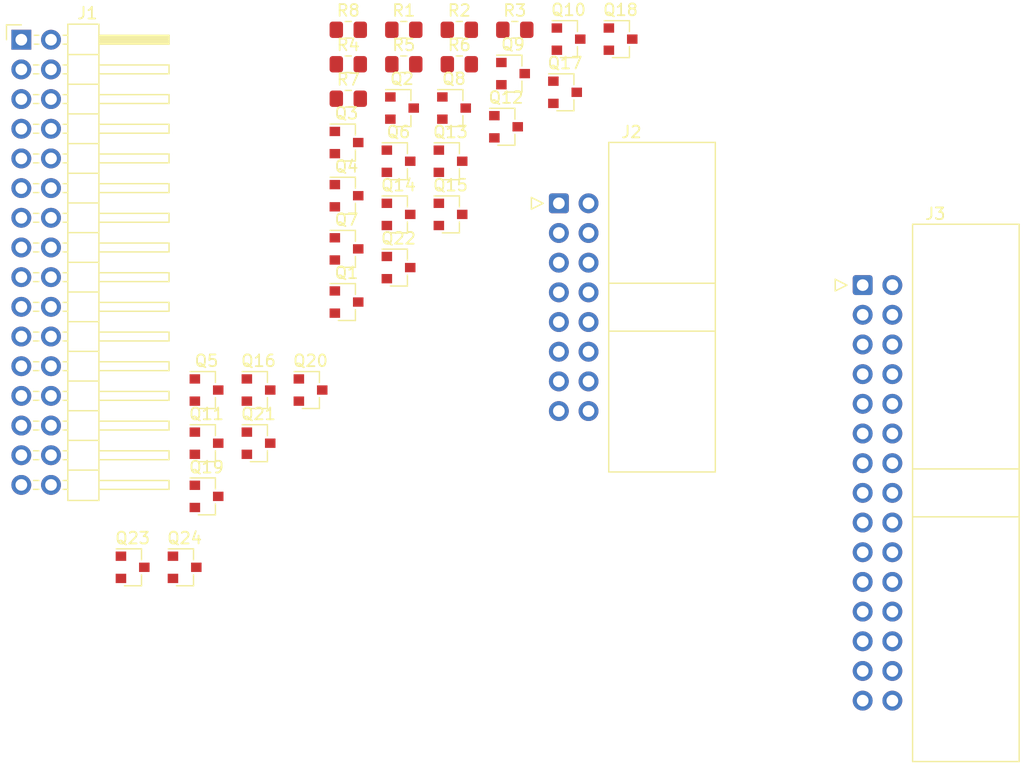
<source format=kicad_pcb>
(kicad_pcb (version 20171130) (host pcbnew "(5.1.6-0-10_14)")

  (general
    (thickness 1.6)
    (drawings 0)
    (tracks 0)
    (zones 0)
    (modules 35)
    (nets 47)
  )

  (page A4)
  (layers
    (0 F.Cu signal)
    (31 B.Cu signal)
    (32 B.Adhes user)
    (33 F.Adhes user)
    (34 B.Paste user)
    (35 F.Paste user)
    (36 B.SilkS user)
    (37 F.SilkS user)
    (38 B.Mask user)
    (39 F.Mask user)
    (40 Dwgs.User user)
    (41 Cmts.User user)
    (42 Eco1.User user)
    (43 Eco2.User user)
    (44 Edge.Cuts user)
    (45 Margin user)
    (46 B.CrtYd user)
    (47 F.CrtYd user)
    (48 B.Fab user)
    (49 F.Fab user)
  )

  (setup
    (last_trace_width 0.25)
    (trace_clearance 0.2)
    (zone_clearance 0.508)
    (zone_45_only no)
    (trace_min 0.2)
    (via_size 0.8)
    (via_drill 0.4)
    (via_min_size 0.4)
    (via_min_drill 0.3)
    (uvia_size 0.3)
    (uvia_drill 0.1)
    (uvias_allowed no)
    (uvia_min_size 0.2)
    (uvia_min_drill 0.1)
    (edge_width 0.05)
    (segment_width 0.2)
    (pcb_text_width 0.3)
    (pcb_text_size 1.5 1.5)
    (mod_edge_width 0.12)
    (mod_text_size 1 1)
    (mod_text_width 0.15)
    (pad_size 1.524 1.524)
    (pad_drill 0.762)
    (pad_to_mask_clearance 0.05)
    (aux_axis_origin 0 0)
    (visible_elements FFFFFF7F)
    (pcbplotparams
      (layerselection 0x010fc_ffffffff)
      (usegerberextensions false)
      (usegerberattributes true)
      (usegerberadvancedattributes true)
      (creategerberjobfile true)
      (excludeedgelayer true)
      (linewidth 0.100000)
      (plotframeref false)
      (viasonmask false)
      (mode 1)
      (useauxorigin false)
      (hpglpennumber 1)
      (hpglpenspeed 20)
      (hpglpendiameter 15.000000)
      (psnegative false)
      (psa4output false)
      (plotreference true)
      (plotvalue true)
      (plotinvisibletext false)
      (padsonsilk false)
      (subtractmaskfromsilk false)
      (outputformat 1)
      (mirror false)
      (drillshape 1)
      (scaleselection 1)
      (outputdirectory ""))
  )

  (net 0 "")
  (net 1 GND)
  (net 2 RDM)
  (net 3 WRM)
  (net 4 D0)
  (net 5 A0)
  (net 6 D1)
  (net 7 A1)
  (net 8 D2)
  (net 9 A2)
  (net 10 D3)
  (net 11 A3)
  (net 12 D4)
  (net 13 A4)
  (net 14 D5)
  (net 15 A5)
  (net 16 D6)
  (net 17 A6)
  (net 18 D7)
  (net 19 A7)
  (net 20 D8)
  (net 21 A8)
  (net 22 D9)
  (net 23 A9)
  (net 24 D10)
  (net 25 A10)
  (net 26 D11)
  (net 27 A11)
  (net 28 VCC)
  (net 29 WR_TERM)
  (net 30 RD_TERM)
  (net 31 "Net-(Q1-Pad1)")
  (net 32 ~WRM)
  (net 33 "Net-(Q3-Pad2)")
  (net 34 "Net-(Q4-Pad2)")
  (net 35 "Net-(Q5-Pad2)")
  (net 36 ~RDM)
  (net 37 "Net-(Q8-Pad2)")
  (net 38 "Net-(Q10-Pad3)")
  (net 39 "Net-(Q10-Pad2)")
  (net 40 "Net-(Q11-Pad2)")
  (net 41 "Net-(Q12-Pad2)")
  (net 42 WR_DISK)
  (net 43 ~A11)
  (net 44 "Net-(Q17-Pad2)")
  (net 45 "Net-(Q18-Pad2)")
  (net 46 RD_DISK)

  (net_class Default "This is the default net class."
    (clearance 0.2)
    (trace_width 0.25)
    (via_dia 0.8)
    (via_drill 0.4)
    (uvia_dia 0.3)
    (uvia_drill 0.1)
    (add_net A0)
    (add_net A1)
    (add_net A10)
    (add_net A11)
    (add_net A2)
    (add_net A3)
    (add_net A4)
    (add_net A5)
    (add_net A6)
    (add_net A7)
    (add_net A8)
    (add_net A9)
    (add_net D0)
    (add_net D1)
    (add_net D10)
    (add_net D11)
    (add_net D2)
    (add_net D3)
    (add_net D4)
    (add_net D5)
    (add_net D6)
    (add_net D7)
    (add_net D8)
    (add_net D9)
    (add_net GND)
    (add_net "Net-(J1-Pad28)")
    (add_net "Net-(J1-Pad30)")
    (add_net "Net-(J3-Pad26)")
    (add_net "Net-(J3-Pad28)")
    (add_net "Net-(J3-Pad29)")
    (add_net "Net-(Q1-Pad1)")
    (add_net "Net-(Q10-Pad2)")
    (add_net "Net-(Q10-Pad3)")
    (add_net "Net-(Q11-Pad2)")
    (add_net "Net-(Q12-Pad2)")
    (add_net "Net-(Q17-Pad2)")
    (add_net "Net-(Q18-Pad2)")
    (add_net "Net-(Q3-Pad2)")
    (add_net "Net-(Q4-Pad2)")
    (add_net "Net-(Q5-Pad2)")
    (add_net "Net-(Q8-Pad2)")
    (add_net RDM)
    (add_net RD_DISK)
    (add_net RD_TERM)
    (add_net VCC)
    (add_net WRM)
    (add_net WR_DISK)
    (add_net WR_TERM)
    (add_net ~A11)
    (add_net ~RDM)
    (add_net ~WRM)
  )

  (module Package_TO_SOT_SMD:SOT-23 (layer F.Cu) (tedit 5F5CF1A4) (tstamp 5F6A0080)
    (at 131.975 135.15)
    (descr "SOT-23, Standard")
    (tags SOT-23)
    (path /5F6CDB58)
    (attr smd)
    (fp_text reference Q24 (at 0 -2.5) (layer F.SilkS)
      (effects (font (size 1 1) (thickness 0.15)))
    )
    (fp_text value 2N7002 (at 0 2.5) (layer F.Fab) hide
      (effects (font (size 1 1) (thickness 0.15)))
    )
    (fp_line (start -0.7 -0.95) (end -0.7 1.5) (layer F.Fab) (width 0.1))
    (fp_line (start -0.15 -1.52) (end 0.7 -1.52) (layer F.Fab) (width 0.1))
    (fp_line (start -0.7 -0.95) (end -0.15 -1.52) (layer F.Fab) (width 0.1))
    (fp_line (start 0.7 -1.52) (end 0.7 1.52) (layer F.Fab) (width 0.1))
    (fp_line (start -0.7 1.52) (end 0.7 1.52) (layer F.Fab) (width 0.1))
    (fp_line (start 0.76 1.58) (end 0.76 0.65) (layer F.SilkS) (width 0.12))
    (fp_line (start 0.76 -1.58) (end 0.76 -0.65) (layer F.SilkS) (width 0.12))
    (fp_line (start -1.7 -1.75) (end 1.7 -1.75) (layer F.CrtYd) (width 0.05))
    (fp_line (start 1.7 -1.75) (end 1.7 1.75) (layer F.CrtYd) (width 0.05))
    (fp_line (start 1.7 1.75) (end -1.7 1.75) (layer F.CrtYd) (width 0.05))
    (fp_line (start -1.7 1.75) (end -1.7 -1.75) (layer F.CrtYd) (width 0.05))
    (fp_line (start 0.76 -1.58) (end -1.4 -1.58) (layer F.SilkS) (width 0.12))
    (fp_line (start 0.76 1.58) (end -0.7 1.58) (layer F.SilkS) (width 0.12))
    (fp_text user %R (at 0 0 90) (layer F.Fab)
      (effects (font (size 0.5 0.5) (thickness 0.075)))
    )
    (pad 3 smd rect (at 1 0) (size 0.9 0.8) (layers F.Cu F.Paste F.Mask)
      (net 46 RD_DISK))
    (pad 2 smd rect (at -1 0.95) (size 0.9 0.8) (layers F.Cu F.Paste F.Mask)
      (net 1 GND))
    (pad 1 smd rect (at -1 -0.95) (size 0.9 0.8) (layers F.Cu F.Paste F.Mask)
      (net 29 WR_TERM))
    (model ${KISYS3DMOD}/Package_TO_SOT_SMD.3dshapes/SOT-23.wrl
      (at (xyz 0 0 0))
      (scale (xyz 1 1 1))
      (rotate (xyz 0 0 0))
    )
  )

  (module Package_TO_SOT_SMD:SOT-23 (layer F.Cu) (tedit 5F5CF1A4) (tstamp 5F6A006B)
    (at 127.525 135.15)
    (descr "SOT-23, Standard")
    (tags SOT-23)
    (path /5F6C330F)
    (attr smd)
    (fp_text reference Q23 (at 0 -2.5) (layer F.SilkS)
      (effects (font (size 1 1) (thickness 0.15)))
    )
    (fp_text value 2N7002 (at 0 2.5) (layer F.Fab) hide
      (effects (font (size 1 1) (thickness 0.15)))
    )
    (fp_line (start -0.7 -0.95) (end -0.7 1.5) (layer F.Fab) (width 0.1))
    (fp_line (start -0.15 -1.52) (end 0.7 -1.52) (layer F.Fab) (width 0.1))
    (fp_line (start -0.7 -0.95) (end -0.15 -1.52) (layer F.Fab) (width 0.1))
    (fp_line (start 0.7 -1.52) (end 0.7 1.52) (layer F.Fab) (width 0.1))
    (fp_line (start -0.7 1.52) (end 0.7 1.52) (layer F.Fab) (width 0.1))
    (fp_line (start 0.76 1.58) (end 0.76 0.65) (layer F.SilkS) (width 0.12))
    (fp_line (start 0.76 -1.58) (end 0.76 -0.65) (layer F.SilkS) (width 0.12))
    (fp_line (start -1.7 -1.75) (end 1.7 -1.75) (layer F.CrtYd) (width 0.05))
    (fp_line (start 1.7 -1.75) (end 1.7 1.75) (layer F.CrtYd) (width 0.05))
    (fp_line (start 1.7 1.75) (end -1.7 1.75) (layer F.CrtYd) (width 0.05))
    (fp_line (start -1.7 1.75) (end -1.7 -1.75) (layer F.CrtYd) (width 0.05))
    (fp_line (start 0.76 -1.58) (end -1.4 -1.58) (layer F.SilkS) (width 0.12))
    (fp_line (start 0.76 1.58) (end -0.7 1.58) (layer F.SilkS) (width 0.12))
    (fp_text user %R (at 0 0 90) (layer F.Fab)
      (effects (font (size 0.5 0.5) (thickness 0.075)))
    )
    (pad 3 smd rect (at 1 0) (size 0.9 0.8) (layers F.Cu F.Paste F.Mask)
      (net 42 WR_DISK))
    (pad 2 smd rect (at -1 0.95) (size 0.9 0.8) (layers F.Cu F.Paste F.Mask)
      (net 1 GND))
    (pad 1 smd rect (at -1 -0.95) (size 0.9 0.8) (layers F.Cu F.Paste F.Mask)
      (net 29 WR_TERM))
    (model ${KISYS3DMOD}/Package_TO_SOT_SMD.3dshapes/SOT-23.wrl
      (at (xyz 0 0 0))
      (scale (xyz 1 1 1))
      (rotate (xyz 0 0 0))
    )
  )

  (module Connector_IDC:IDC-Header_2x15_P2.54mm_Horizontal (layer F.Cu) (tedit 5EAC9A08) (tstamp 5F69FCE6)
    (at 190 111)
    (descr "Through hole IDC box header, 2x15, 2.54mm pitch, DIN 41651 / IEC 60603-13, double rows, https://docs.google.com/spreadsheets/d/16SsEcesNF15N3Lb4niX7dcUr-NY5_MFPQhobNuNppn4/edit#gid=0")
    (tags "Through hole horizontal IDC box header THT 2x15 2.54mm double row")
    (path /5F6ADE41)
    (fp_text reference J3 (at 6.215 -6.1) (layer F.SilkS)
      (effects (font (size 1 1) (thickness 0.15)))
    )
    (fp_text value Disk (at 6.215 41.66) (layer F.Fab)
      (effects (font (size 1 1) (thickness 0.15)))
    )
    (fp_line (start 13.78 -5.6) (end -1.35 -5.6) (layer F.CrtYd) (width 0.05))
    (fp_line (start 13.78 41.16) (end 13.78 -5.6) (layer F.CrtYd) (width 0.05))
    (fp_line (start -1.35 41.16) (end 13.78 41.16) (layer F.CrtYd) (width 0.05))
    (fp_line (start -1.35 -5.6) (end -1.35 41.16) (layer F.CrtYd) (width 0.05))
    (fp_line (start -2.35 0.5) (end -1.35 0) (layer F.SilkS) (width 0.12))
    (fp_line (start -2.35 -0.5) (end -2.35 0.5) (layer F.SilkS) (width 0.12))
    (fp_line (start -1.35 0) (end -2.35 -0.5) (layer F.SilkS) (width 0.12))
    (fp_line (start 4.27 40.77) (end 4.27 -5.21) (layer F.SilkS) (width 0.12))
    (fp_line (start 13.39 40.77) (end 4.27 40.77) (layer F.SilkS) (width 0.12))
    (fp_line (start 13.39 -5.21) (end 13.39 40.77) (layer F.SilkS) (width 0.12))
    (fp_line (start 4.27 -5.21) (end 13.39 -5.21) (layer F.SilkS) (width 0.12))
    (fp_line (start 4.38 40.66) (end 4.38 -4.1) (layer F.Fab) (width 0.1))
    (fp_line (start 13.28 40.66) (end 4.38 40.66) (layer F.Fab) (width 0.1))
    (fp_line (start 13.28 -5.1) (end 13.28 40.66) (layer F.Fab) (width 0.1))
    (fp_line (start 5.38 -5.1) (end 13.28 -5.1) (layer F.Fab) (width 0.1))
    (fp_line (start -0.32 35.88) (end 4.38 35.88) (layer F.Fab) (width 0.1))
    (fp_line (start -0.32 35.24) (end -0.32 35.88) (layer F.Fab) (width 0.1))
    (fp_line (start 4.38 35.24) (end -0.32 35.24) (layer F.Fab) (width 0.1))
    (fp_line (start -0.32 33.34) (end 4.38 33.34) (layer F.Fab) (width 0.1))
    (fp_line (start -0.32 32.7) (end -0.32 33.34) (layer F.Fab) (width 0.1))
    (fp_line (start 4.38 32.7) (end -0.32 32.7) (layer F.Fab) (width 0.1))
    (fp_line (start -0.32 30.8) (end 4.38 30.8) (layer F.Fab) (width 0.1))
    (fp_line (start -0.32 30.16) (end -0.32 30.8) (layer F.Fab) (width 0.1))
    (fp_line (start 4.38 30.16) (end -0.32 30.16) (layer F.Fab) (width 0.1))
    (fp_line (start -0.32 28.26) (end 4.38 28.26) (layer F.Fab) (width 0.1))
    (fp_line (start -0.32 27.62) (end -0.32 28.26) (layer F.Fab) (width 0.1))
    (fp_line (start 4.38 27.62) (end -0.32 27.62) (layer F.Fab) (width 0.1))
    (fp_line (start -0.32 25.72) (end 4.38 25.72) (layer F.Fab) (width 0.1))
    (fp_line (start -0.32 25.08) (end -0.32 25.72) (layer F.Fab) (width 0.1))
    (fp_line (start 4.38 25.08) (end -0.32 25.08) (layer F.Fab) (width 0.1))
    (fp_line (start -0.32 23.18) (end 4.38 23.18) (layer F.Fab) (width 0.1))
    (fp_line (start -0.32 22.54) (end -0.32 23.18) (layer F.Fab) (width 0.1))
    (fp_line (start 4.38 22.54) (end -0.32 22.54) (layer F.Fab) (width 0.1))
    (fp_line (start -0.32 20.64) (end 4.38 20.64) (layer F.Fab) (width 0.1))
    (fp_line (start -0.32 20) (end -0.32 20.64) (layer F.Fab) (width 0.1))
    (fp_line (start 4.38 20) (end -0.32 20) (layer F.Fab) (width 0.1))
    (fp_line (start -0.32 18.1) (end 4.38 18.1) (layer F.Fab) (width 0.1))
    (fp_line (start -0.32 17.46) (end -0.32 18.1) (layer F.Fab) (width 0.1))
    (fp_line (start 4.38 17.46) (end -0.32 17.46) (layer F.Fab) (width 0.1))
    (fp_line (start -0.32 15.56) (end 4.38 15.56) (layer F.Fab) (width 0.1))
    (fp_line (start -0.32 14.92) (end -0.32 15.56) (layer F.Fab) (width 0.1))
    (fp_line (start 4.38 14.92) (end -0.32 14.92) (layer F.Fab) (width 0.1))
    (fp_line (start -0.32 13.02) (end 4.38 13.02) (layer F.Fab) (width 0.1))
    (fp_line (start -0.32 12.38) (end -0.32 13.02) (layer F.Fab) (width 0.1))
    (fp_line (start 4.38 12.38) (end -0.32 12.38) (layer F.Fab) (width 0.1))
    (fp_line (start -0.32 10.48) (end 4.38 10.48) (layer F.Fab) (width 0.1))
    (fp_line (start -0.32 9.84) (end -0.32 10.48) (layer F.Fab) (width 0.1))
    (fp_line (start 4.38 9.84) (end -0.32 9.84) (layer F.Fab) (width 0.1))
    (fp_line (start -0.32 7.94) (end 4.38 7.94) (layer F.Fab) (width 0.1))
    (fp_line (start -0.32 7.3) (end -0.32 7.94) (layer F.Fab) (width 0.1))
    (fp_line (start 4.38 7.3) (end -0.32 7.3) (layer F.Fab) (width 0.1))
    (fp_line (start -0.32 5.4) (end 4.38 5.4) (layer F.Fab) (width 0.1))
    (fp_line (start -0.32 4.76) (end -0.32 5.4) (layer F.Fab) (width 0.1))
    (fp_line (start 4.38 4.76) (end -0.32 4.76) (layer F.Fab) (width 0.1))
    (fp_line (start -0.32 2.86) (end 4.38 2.86) (layer F.Fab) (width 0.1))
    (fp_line (start -0.32 2.22) (end -0.32 2.86) (layer F.Fab) (width 0.1))
    (fp_line (start 4.38 2.22) (end -0.32 2.22) (layer F.Fab) (width 0.1))
    (fp_line (start -0.32 0.32) (end 4.38 0.32) (layer F.Fab) (width 0.1))
    (fp_line (start -0.32 -0.32) (end -0.32 0.32) (layer F.Fab) (width 0.1))
    (fp_line (start 4.38 -0.32) (end -0.32 -0.32) (layer F.Fab) (width 0.1))
    (fp_line (start 4.27 19.83) (end 13.39 19.83) (layer F.SilkS) (width 0.12))
    (fp_line (start 4.27 15.73) (end 13.39 15.73) (layer F.SilkS) (width 0.12))
    (fp_line (start 4.38 19.83) (end 13.28 19.83) (layer F.Fab) (width 0.1))
    (fp_line (start 4.38 15.73) (end 13.28 15.73) (layer F.Fab) (width 0.1))
    (fp_line (start 4.38 -4.1) (end 5.38 -5.1) (layer F.Fab) (width 0.1))
    (fp_text user %R (at 8.83 17.78 90) (layer F.Fab)
      (effects (font (size 1 1) (thickness 0.15)))
    )
    (pad 30 thru_hole circle (at 2.54 35.56) (size 1.7 1.7) (drill 1) (layers *.Cu *.Mask)
      (net 1 GND))
    (pad 28 thru_hole circle (at 2.54 33.02) (size 1.7 1.7) (drill 1) (layers *.Cu *.Mask))
    (pad 26 thru_hole circle (at 2.54 30.48) (size 1.7 1.7) (drill 1) (layers *.Cu *.Mask))
    (pad 24 thru_hole circle (at 2.54 27.94) (size 1.7 1.7) (drill 1) (layers *.Cu *.Mask)
      (net 4 D0))
    (pad 22 thru_hole circle (at 2.54 25.4) (size 1.7 1.7) (drill 1) (layers *.Cu *.Mask)
      (net 6 D1))
    (pad 20 thru_hole circle (at 2.54 22.86) (size 1.7 1.7) (drill 1) (layers *.Cu *.Mask)
      (net 8 D2))
    (pad 18 thru_hole circle (at 2.54 20.32) (size 1.7 1.7) (drill 1) (layers *.Cu *.Mask)
      (net 10 D3))
    (pad 16 thru_hole circle (at 2.54 17.78) (size 1.7 1.7) (drill 1) (layers *.Cu *.Mask)
      (net 12 D4))
    (pad 14 thru_hole circle (at 2.54 15.24) (size 1.7 1.7) (drill 1) (layers *.Cu *.Mask)
      (net 14 D5))
    (pad 12 thru_hole circle (at 2.54 12.7) (size 1.7 1.7) (drill 1) (layers *.Cu *.Mask)
      (net 16 D6))
    (pad 10 thru_hole circle (at 2.54 10.16) (size 1.7 1.7) (drill 1) (layers *.Cu *.Mask)
      (net 18 D7))
    (pad 8 thru_hole circle (at 2.54 7.62) (size 1.7 1.7) (drill 1) (layers *.Cu *.Mask)
      (net 20 D8))
    (pad 6 thru_hole circle (at 2.54 5.08) (size 1.7 1.7) (drill 1) (layers *.Cu *.Mask)
      (net 22 D9))
    (pad 4 thru_hole circle (at 2.54 2.54) (size 1.7 1.7) (drill 1) (layers *.Cu *.Mask)
      (net 24 D10))
    (pad 2 thru_hole circle (at 2.54 0) (size 1.7 1.7) (drill 1) (layers *.Cu *.Mask)
      (net 26 D11))
    (pad 29 thru_hole circle (at 0 35.56) (size 1.7 1.7) (drill 1) (layers *.Cu *.Mask))
    (pad 27 thru_hole circle (at 0 33.02) (size 1.7 1.7) (drill 1) (layers *.Cu *.Mask)
      (net 46 RD_DISK))
    (pad 25 thru_hole circle (at 0 30.48) (size 1.7 1.7) (drill 1) (layers *.Cu *.Mask)
      (net 42 WR_DISK))
    (pad 23 thru_hole circle (at 0 27.94) (size 1.7 1.7) (drill 1) (layers *.Cu *.Mask)
      (net 5 A0))
    (pad 21 thru_hole circle (at 0 25.4) (size 1.7 1.7) (drill 1) (layers *.Cu *.Mask)
      (net 7 A1))
    (pad 19 thru_hole circle (at 0 22.86) (size 1.7 1.7) (drill 1) (layers *.Cu *.Mask)
      (net 9 A2))
    (pad 17 thru_hole circle (at 0 20.32) (size 1.7 1.7) (drill 1) (layers *.Cu *.Mask)
      (net 11 A3))
    (pad 15 thru_hole circle (at 0 17.78) (size 1.7 1.7) (drill 1) (layers *.Cu *.Mask)
      (net 13 A4))
    (pad 13 thru_hole circle (at 0 15.24) (size 1.7 1.7) (drill 1) (layers *.Cu *.Mask)
      (net 15 A5))
    (pad 11 thru_hole circle (at 0 12.7) (size 1.7 1.7) (drill 1) (layers *.Cu *.Mask)
      (net 17 A6))
    (pad 9 thru_hole circle (at 0 10.16) (size 1.7 1.7) (drill 1) (layers *.Cu *.Mask)
      (net 19 A7))
    (pad 7 thru_hole circle (at 0 7.62) (size 1.7 1.7) (drill 1) (layers *.Cu *.Mask)
      (net 21 A8))
    (pad 5 thru_hole circle (at 0 5.08) (size 1.7 1.7) (drill 1) (layers *.Cu *.Mask)
      (net 23 A9))
    (pad 3 thru_hole circle (at 0 2.54) (size 1.7 1.7) (drill 1) (layers *.Cu *.Mask)
      (net 25 A10))
    (pad 1 thru_hole roundrect (at 0 0) (size 1.7 1.7) (drill 1) (layers *.Cu *.Mask) (roundrect_rratio 0.147059)
      (net 28 VCC))
    (model ${KISYS3DMOD}/Connector_IDC.3dshapes/IDC-Header_2x15_P2.54mm_Horizontal.wrl
      (at (xyz 0 0 0))
      (scale (xyz 1 1 1))
      (rotate (xyz 0 0 0))
    )
  )

  (module Connector_IDC:IDC-Header_2x08_P2.54mm_Horizontal (layer F.Cu) (tedit 5EAC9A08) (tstamp 5F69A387)
    (at 164 104)
    (descr "Through hole IDC box header, 2x08, 2.54mm pitch, DIN 41651 / IEC 60603-13, double rows, https://docs.google.com/spreadsheets/d/16SsEcesNF15N3Lb4niX7dcUr-NY5_MFPQhobNuNppn4/edit#gid=0")
    (tags "Through hole horizontal IDC box header THT 2x08 2.54mm double row")
    (path /5F8104F8)
    (fp_text reference J2 (at 6.215 -6.1) (layer F.SilkS)
      (effects (font (size 1 1) (thickness 0.15)))
    )
    (fp_text value Terminal (at 6.215 23.88) (layer F.Fab)
      (effects (font (size 1 1) (thickness 0.15)))
    )
    (fp_line (start 4.38 -4.1) (end 5.38 -5.1) (layer F.Fab) (width 0.1))
    (fp_line (start 4.38 6.84) (end 13.28 6.84) (layer F.Fab) (width 0.1))
    (fp_line (start 4.38 10.94) (end 13.28 10.94) (layer F.Fab) (width 0.1))
    (fp_line (start 4.27 6.84) (end 13.39 6.84) (layer F.SilkS) (width 0.12))
    (fp_line (start 4.27 10.94) (end 13.39 10.94) (layer F.SilkS) (width 0.12))
    (fp_line (start 4.38 -0.32) (end -0.32 -0.32) (layer F.Fab) (width 0.1))
    (fp_line (start -0.32 -0.32) (end -0.32 0.32) (layer F.Fab) (width 0.1))
    (fp_line (start -0.32 0.32) (end 4.38 0.32) (layer F.Fab) (width 0.1))
    (fp_line (start 4.38 2.22) (end -0.32 2.22) (layer F.Fab) (width 0.1))
    (fp_line (start -0.32 2.22) (end -0.32 2.86) (layer F.Fab) (width 0.1))
    (fp_line (start -0.32 2.86) (end 4.38 2.86) (layer F.Fab) (width 0.1))
    (fp_line (start 4.38 4.76) (end -0.32 4.76) (layer F.Fab) (width 0.1))
    (fp_line (start -0.32 4.76) (end -0.32 5.4) (layer F.Fab) (width 0.1))
    (fp_line (start -0.32 5.4) (end 4.38 5.4) (layer F.Fab) (width 0.1))
    (fp_line (start 4.38 7.3) (end -0.32 7.3) (layer F.Fab) (width 0.1))
    (fp_line (start -0.32 7.3) (end -0.32 7.94) (layer F.Fab) (width 0.1))
    (fp_line (start -0.32 7.94) (end 4.38 7.94) (layer F.Fab) (width 0.1))
    (fp_line (start 4.38 9.84) (end -0.32 9.84) (layer F.Fab) (width 0.1))
    (fp_line (start -0.32 9.84) (end -0.32 10.48) (layer F.Fab) (width 0.1))
    (fp_line (start -0.32 10.48) (end 4.38 10.48) (layer F.Fab) (width 0.1))
    (fp_line (start 4.38 12.38) (end -0.32 12.38) (layer F.Fab) (width 0.1))
    (fp_line (start -0.32 12.38) (end -0.32 13.02) (layer F.Fab) (width 0.1))
    (fp_line (start -0.32 13.02) (end 4.38 13.02) (layer F.Fab) (width 0.1))
    (fp_line (start 4.38 14.92) (end -0.32 14.92) (layer F.Fab) (width 0.1))
    (fp_line (start -0.32 14.92) (end -0.32 15.56) (layer F.Fab) (width 0.1))
    (fp_line (start -0.32 15.56) (end 4.38 15.56) (layer F.Fab) (width 0.1))
    (fp_line (start 4.38 17.46) (end -0.32 17.46) (layer F.Fab) (width 0.1))
    (fp_line (start -0.32 17.46) (end -0.32 18.1) (layer F.Fab) (width 0.1))
    (fp_line (start -0.32 18.1) (end 4.38 18.1) (layer F.Fab) (width 0.1))
    (fp_line (start 5.38 -5.1) (end 13.28 -5.1) (layer F.Fab) (width 0.1))
    (fp_line (start 13.28 -5.1) (end 13.28 22.88) (layer F.Fab) (width 0.1))
    (fp_line (start 13.28 22.88) (end 4.38 22.88) (layer F.Fab) (width 0.1))
    (fp_line (start 4.38 22.88) (end 4.38 -4.1) (layer F.Fab) (width 0.1))
    (fp_line (start 4.27 -5.21) (end 13.39 -5.21) (layer F.SilkS) (width 0.12))
    (fp_line (start 13.39 -5.21) (end 13.39 22.99) (layer F.SilkS) (width 0.12))
    (fp_line (start 13.39 22.99) (end 4.27 22.99) (layer F.SilkS) (width 0.12))
    (fp_line (start 4.27 22.99) (end 4.27 -5.21) (layer F.SilkS) (width 0.12))
    (fp_line (start -1.35 0) (end -2.35 -0.5) (layer F.SilkS) (width 0.12))
    (fp_line (start -2.35 -0.5) (end -2.35 0.5) (layer F.SilkS) (width 0.12))
    (fp_line (start -2.35 0.5) (end -1.35 0) (layer F.SilkS) (width 0.12))
    (fp_line (start -1.35 -5.6) (end -1.35 23.38) (layer F.CrtYd) (width 0.05))
    (fp_line (start -1.35 23.38) (end 13.78 23.38) (layer F.CrtYd) (width 0.05))
    (fp_line (start 13.78 23.38) (end 13.78 -5.6) (layer F.CrtYd) (width 0.05))
    (fp_line (start 13.78 -5.6) (end -1.35 -5.6) (layer F.CrtYd) (width 0.05))
    (fp_text user %R (at 8.83 8.89 90) (layer F.Fab)
      (effects (font (size 1 1) (thickness 0.15)))
    )
    (pad 16 thru_hole circle (at 2.54 17.78) (size 1.7 1.7) (drill 1) (layers *.Cu *.Mask)
      (net 29 WR_TERM))
    (pad 14 thru_hole circle (at 2.54 15.24) (size 1.7 1.7) (drill 1) (layers *.Cu *.Mask)
      (net 22 D9))
    (pad 12 thru_hole circle (at 2.54 12.7) (size 1.7 1.7) (drill 1) (layers *.Cu *.Mask)
      (net 14 D5))
    (pad 10 thru_hole circle (at 2.54 10.16) (size 1.7 1.7) (drill 1) (layers *.Cu *.Mask)
      (net 6 D1))
    (pad 8 thru_hole circle (at 2.54 7.62) (size 1.7 1.7) (drill 1) (layers *.Cu *.Mask)
      (net 4 D0))
    (pad 6 thru_hole circle (at 2.54 5.08) (size 1.7 1.7) (drill 1) (layers *.Cu *.Mask)
      (net 12 D4))
    (pad 4 thru_hole circle (at 2.54 2.54) (size 1.7 1.7) (drill 1) (layers *.Cu *.Mask)
      (net 20 D8))
    (pad 2 thru_hole circle (at 2.54 0) (size 1.7 1.7) (drill 1) (layers *.Cu *.Mask)
      (net 30 RD_TERM))
    (pad 15 thru_hole circle (at 0 17.78) (size 1.7 1.7) (drill 1) (layers *.Cu *.Mask)
      (net 26 D11))
    (pad 13 thru_hole circle (at 0 15.24) (size 1.7 1.7) (drill 1) (layers *.Cu *.Mask)
      (net 18 D7))
    (pad 11 thru_hole circle (at 0 12.7) (size 1.7 1.7) (drill 1) (layers *.Cu *.Mask)
      (net 10 D3))
    (pad 9 thru_hole circle (at 0 10.16) (size 1.7 1.7) (drill 1) (layers *.Cu *.Mask)
      (net 1 GND))
    (pad 7 thru_hole circle (at 0 7.62) (size 1.7 1.7) (drill 1) (layers *.Cu *.Mask)
      (net 8 D2))
    (pad 5 thru_hole circle (at 0 5.08) (size 1.7 1.7) (drill 1) (layers *.Cu *.Mask)
      (net 16 D6))
    (pad 3 thru_hole circle (at 0 2.54) (size 1.7 1.7) (drill 1) (layers *.Cu *.Mask)
      (net 24 D10))
    (pad 1 thru_hole roundrect (at 0 0) (size 1.7 1.7) (drill 1) (layers *.Cu *.Mask) (roundrect_rratio 0.147059)
      (net 28 VCC))
    (model ${KISYS3DMOD}/Connector_IDC.3dshapes/IDC-Header_2x08_P2.54mm_Horizontal.wrl
      (at (xyz 0 0 0))
      (scale (xyz 1 1 1))
      (rotate (xyz 0 0 0))
    )
  )

  (module Resistor_SMD:R_0805_2012Metric_Pad1.15x1.40mm_HandSolder (layer F.Cu) (tedit 5F57C6E4) (tstamp 5F69A5DD)
    (at 145.98 89.15)
    (descr "Resistor SMD 0805 (2012 Metric), square (rectangular) end terminal, IPC_7351 nominal with elongated pad for handsoldering. (Body size source: https://docs.google.com/spreadsheets/d/1BsfQQcO9C6DZCsRaXUlFlo91Tg2WpOkGARC1WS5S8t0/edit?usp=sharing), generated with kicad-footprint-generator")
    (tags "resistor handsolder")
    (path /5F7B7FA2)
    (attr smd)
    (fp_text reference R8 (at 0 -1.65) (layer F.SilkS)
      (effects (font (size 1 1) (thickness 0.15)))
    )
    (fp_text value 10k (at 0 1.65) (layer F.Fab) hide
      (effects (font (size 1 1) (thickness 0.15)))
    )
    (fp_line (start 1.85 0.95) (end -1.85 0.95) (layer F.CrtYd) (width 0.05))
    (fp_line (start 1.85 -0.95) (end 1.85 0.95) (layer F.CrtYd) (width 0.05))
    (fp_line (start -1.85 -0.95) (end 1.85 -0.95) (layer F.CrtYd) (width 0.05))
    (fp_line (start -1.85 0.95) (end -1.85 -0.95) (layer F.CrtYd) (width 0.05))
    (fp_line (start -0.261252 0.71) (end 0.261252 0.71) (layer F.SilkS) (width 0.12))
    (fp_line (start -0.261252 -0.71) (end 0.261252 -0.71) (layer F.SilkS) (width 0.12))
    (fp_line (start 1 0.6) (end -1 0.6) (layer F.Fab) (width 0.1))
    (fp_line (start 1 -0.6) (end 1 0.6) (layer F.Fab) (width 0.1))
    (fp_line (start -1 -0.6) (end 1 -0.6) (layer F.Fab) (width 0.1))
    (fp_line (start -1 0.6) (end -1 -0.6) (layer F.Fab) (width 0.1))
    (fp_text user %R (at 0 0) (layer F.Fab)
      (effects (font (size 0.5 0.5) (thickness 0.08)))
    )
    (pad 2 smd roundrect (at 1.025 0) (size 1.15 1.4) (layers F.Cu F.Paste F.Mask) (roundrect_rratio 0.217391)
      (net 46 RD_DISK))
    (pad 1 smd roundrect (at -1.025 0) (size 1.15 1.4) (layers F.Cu F.Paste F.Mask) (roundrect_rratio 0.217391)
      (net 28 VCC))
    (model ${KISYS3DMOD}/Resistor_SMD.3dshapes/R_0805_2012Metric.wrl
      (at (xyz 0 0 0))
      (scale (xyz 1 1 1))
      (rotate (xyz 0 0 0))
    )
  )

  (module Resistor_SMD:R_0805_2012Metric_Pad1.15x1.40mm_HandSolder (layer F.Cu) (tedit 5F57C6E4) (tstamp 5F69A5CC)
    (at 145.98 95.05)
    (descr "Resistor SMD 0805 (2012 Metric), square (rectangular) end terminal, IPC_7351 nominal with elongated pad for handsoldering. (Body size source: https://docs.google.com/spreadsheets/d/1BsfQQcO9C6DZCsRaXUlFlo91Tg2WpOkGARC1WS5S8t0/edit?usp=sharing), generated with kicad-footprint-generator")
    (tags "resistor handsolder")
    (path /5F78138E)
    (attr smd)
    (fp_text reference R7 (at 0 -1.65) (layer F.SilkS)
      (effects (font (size 1 1) (thickness 0.15)))
    )
    (fp_text value 10k (at 0 1.65) (layer F.Fab) hide
      (effects (font (size 1 1) (thickness 0.15)))
    )
    (fp_line (start 1.85 0.95) (end -1.85 0.95) (layer F.CrtYd) (width 0.05))
    (fp_line (start 1.85 -0.95) (end 1.85 0.95) (layer F.CrtYd) (width 0.05))
    (fp_line (start -1.85 -0.95) (end 1.85 -0.95) (layer F.CrtYd) (width 0.05))
    (fp_line (start -1.85 0.95) (end -1.85 -0.95) (layer F.CrtYd) (width 0.05))
    (fp_line (start -0.261252 0.71) (end 0.261252 0.71) (layer F.SilkS) (width 0.12))
    (fp_line (start -0.261252 -0.71) (end 0.261252 -0.71) (layer F.SilkS) (width 0.12))
    (fp_line (start 1 0.6) (end -1 0.6) (layer F.Fab) (width 0.1))
    (fp_line (start 1 -0.6) (end 1 0.6) (layer F.Fab) (width 0.1))
    (fp_line (start -1 -0.6) (end 1 -0.6) (layer F.Fab) (width 0.1))
    (fp_line (start -1 0.6) (end -1 -0.6) (layer F.Fab) (width 0.1))
    (fp_text user %R (at 0 0) (layer F.Fab)
      (effects (font (size 0.5 0.5) (thickness 0.08)))
    )
    (pad 2 smd roundrect (at 1.025 0) (size 1.15 1.4) (layers F.Cu F.Paste F.Mask) (roundrect_rratio 0.217391)
      (net 43 ~A11))
    (pad 1 smd roundrect (at -1.025 0) (size 1.15 1.4) (layers F.Cu F.Paste F.Mask) (roundrect_rratio 0.217391)
      (net 28 VCC))
    (model ${KISYS3DMOD}/Resistor_SMD.3dshapes/R_0805_2012Metric.wrl
      (at (xyz 0 0 0))
      (scale (xyz 1 1 1))
      (rotate (xyz 0 0 0))
    )
  )

  (module Resistor_SMD:R_0805_2012Metric_Pad1.15x1.40mm_HandSolder (layer F.Cu) (tedit 5F57C6E4) (tstamp 5F69A5BB)
    (at 155.48 92.1)
    (descr "Resistor SMD 0805 (2012 Metric), square (rectangular) end terminal, IPC_7351 nominal with elongated pad for handsoldering. (Body size source: https://docs.google.com/spreadsheets/d/1BsfQQcO9C6DZCsRaXUlFlo91Tg2WpOkGARC1WS5S8t0/edit?usp=sharing), generated with kicad-footprint-generator")
    (tags "resistor handsolder")
    (path /5F7DBAF8)
    (attr smd)
    (fp_text reference R6 (at 0 -1.65) (layer F.SilkS)
      (effects (font (size 1 1) (thickness 0.15)))
    )
    (fp_text value 10k (at 0 1.65) (layer F.Fab) hide
      (effects (font (size 1 1) (thickness 0.15)))
    )
    (fp_line (start 1.85 0.95) (end -1.85 0.95) (layer F.CrtYd) (width 0.05))
    (fp_line (start 1.85 -0.95) (end 1.85 0.95) (layer F.CrtYd) (width 0.05))
    (fp_line (start -1.85 -0.95) (end 1.85 -0.95) (layer F.CrtYd) (width 0.05))
    (fp_line (start -1.85 0.95) (end -1.85 -0.95) (layer F.CrtYd) (width 0.05))
    (fp_line (start -0.261252 0.71) (end 0.261252 0.71) (layer F.SilkS) (width 0.12))
    (fp_line (start -0.261252 -0.71) (end 0.261252 -0.71) (layer F.SilkS) (width 0.12))
    (fp_line (start 1 0.6) (end -1 0.6) (layer F.Fab) (width 0.1))
    (fp_line (start 1 -0.6) (end 1 0.6) (layer F.Fab) (width 0.1))
    (fp_line (start -1 -0.6) (end 1 -0.6) (layer F.Fab) (width 0.1))
    (fp_line (start -1 0.6) (end -1 -0.6) (layer F.Fab) (width 0.1))
    (fp_text user %R (at 0 0) (layer F.Fab)
      (effects (font (size 0.5 0.5) (thickness 0.08)))
    )
    (pad 2 smd roundrect (at 1.025 0) (size 1.15 1.4) (layers F.Cu F.Paste F.Mask) (roundrect_rratio 0.217391)
      (net 42 WR_DISK))
    (pad 1 smd roundrect (at -1.025 0) (size 1.15 1.4) (layers F.Cu F.Paste F.Mask) (roundrect_rratio 0.217391)
      (net 28 VCC))
    (model ${KISYS3DMOD}/Resistor_SMD.3dshapes/R_0805_2012Metric.wrl
      (at (xyz 0 0 0))
      (scale (xyz 1 1 1))
      (rotate (xyz 0 0 0))
    )
  )

  (module Resistor_SMD:R_0805_2012Metric_Pad1.15x1.40mm_HandSolder (layer F.Cu) (tedit 5F57C6E4) (tstamp 5F69A5AA)
    (at 150.73 92.1)
    (descr "Resistor SMD 0805 (2012 Metric), square (rectangular) end terminal, IPC_7351 nominal with elongated pad for handsoldering. (Body size source: https://docs.google.com/spreadsheets/d/1BsfQQcO9C6DZCsRaXUlFlo91Tg2WpOkGARC1WS5S8t0/edit?usp=sharing), generated with kicad-footprint-generator")
    (tags "resistor handsolder")
    (path /5F7AAC91)
    (attr smd)
    (fp_text reference R5 (at 0 -1.65) (layer F.SilkS)
      (effects (font (size 1 1) (thickness 0.15)))
    )
    (fp_text value 10k (at 0 1.65) (layer F.Fab) hide
      (effects (font (size 1 1) (thickness 0.15)))
    )
    (fp_line (start 1.85 0.95) (end -1.85 0.95) (layer F.CrtYd) (width 0.05))
    (fp_line (start 1.85 -0.95) (end 1.85 0.95) (layer F.CrtYd) (width 0.05))
    (fp_line (start -1.85 -0.95) (end 1.85 -0.95) (layer F.CrtYd) (width 0.05))
    (fp_line (start -1.85 0.95) (end -1.85 -0.95) (layer F.CrtYd) (width 0.05))
    (fp_line (start -0.261252 0.71) (end 0.261252 0.71) (layer F.SilkS) (width 0.12))
    (fp_line (start -0.261252 -0.71) (end 0.261252 -0.71) (layer F.SilkS) (width 0.12))
    (fp_line (start 1 0.6) (end -1 0.6) (layer F.Fab) (width 0.1))
    (fp_line (start 1 -0.6) (end 1 0.6) (layer F.Fab) (width 0.1))
    (fp_line (start -1 -0.6) (end 1 -0.6) (layer F.Fab) (width 0.1))
    (fp_line (start -1 0.6) (end -1 -0.6) (layer F.Fab) (width 0.1))
    (fp_text user %R (at 0 0) (layer F.Fab)
      (effects (font (size 0.5 0.5) (thickness 0.08)))
    )
    (pad 2 smd roundrect (at 1.025 0) (size 1.15 1.4) (layers F.Cu F.Paste F.Mask) (roundrect_rratio 0.217391)
      (net 32 ~WRM))
    (pad 1 smd roundrect (at -1.025 0) (size 1.15 1.4) (layers F.Cu F.Paste F.Mask) (roundrect_rratio 0.217391)
      (net 28 VCC))
    (model ${KISYS3DMOD}/Resistor_SMD.3dshapes/R_0805_2012Metric.wrl
      (at (xyz 0 0 0))
      (scale (xyz 1 1 1))
      (rotate (xyz 0 0 0))
    )
  )

  (module Resistor_SMD:R_0805_2012Metric_Pad1.15x1.40mm_HandSolder (layer F.Cu) (tedit 5F57C6E4) (tstamp 5F69A599)
    (at 145.98 92.1)
    (descr "Resistor SMD 0805 (2012 Metric), square (rectangular) end terminal, IPC_7351 nominal with elongated pad for handsoldering. (Body size source: https://docs.google.com/spreadsheets/d/1BsfQQcO9C6DZCsRaXUlFlo91Tg2WpOkGARC1WS5S8t0/edit?usp=sharing), generated with kicad-footprint-generator")
    (tags "resistor handsolder")
    (path /5F789D72)
    (attr smd)
    (fp_text reference R4 (at 0 -1.65) (layer F.SilkS)
      (effects (font (size 1 1) (thickness 0.15)))
    )
    (fp_text value 10k (at 0 1.65) (layer F.Fab) hide
      (effects (font (size 1 1) (thickness 0.15)))
    )
    (fp_line (start 1.85 0.95) (end -1.85 0.95) (layer F.CrtYd) (width 0.05))
    (fp_line (start 1.85 -0.95) (end 1.85 0.95) (layer F.CrtYd) (width 0.05))
    (fp_line (start -1.85 -0.95) (end 1.85 -0.95) (layer F.CrtYd) (width 0.05))
    (fp_line (start -1.85 0.95) (end -1.85 -0.95) (layer F.CrtYd) (width 0.05))
    (fp_line (start -0.261252 0.71) (end 0.261252 0.71) (layer F.SilkS) (width 0.12))
    (fp_line (start -0.261252 -0.71) (end 0.261252 -0.71) (layer F.SilkS) (width 0.12))
    (fp_line (start 1 0.6) (end -1 0.6) (layer F.Fab) (width 0.1))
    (fp_line (start 1 -0.6) (end 1 0.6) (layer F.Fab) (width 0.1))
    (fp_line (start -1 -0.6) (end 1 -0.6) (layer F.Fab) (width 0.1))
    (fp_line (start -1 0.6) (end -1 -0.6) (layer F.Fab) (width 0.1))
    (fp_text user %R (at 0 0) (layer F.Fab)
      (effects (font (size 0.5 0.5) (thickness 0.08)))
    )
    (pad 2 smd roundrect (at 1.025 0) (size 1.15 1.4) (layers F.Cu F.Paste F.Mask) (roundrect_rratio 0.217391)
      (net 36 ~RDM))
    (pad 1 smd roundrect (at -1.025 0) (size 1.15 1.4) (layers F.Cu F.Paste F.Mask) (roundrect_rratio 0.217391)
      (net 28 VCC))
    (model ${KISYS3DMOD}/Resistor_SMD.3dshapes/R_0805_2012Metric.wrl
      (at (xyz 0 0 0))
      (scale (xyz 1 1 1))
      (rotate (xyz 0 0 0))
    )
  )

  (module Resistor_SMD:R_0805_2012Metric_Pad1.15x1.40mm_HandSolder (layer F.Cu) (tedit 5F57C6E4) (tstamp 5F69A588)
    (at 160.23 89.15)
    (descr "Resistor SMD 0805 (2012 Metric), square (rectangular) end terminal, IPC_7351 nominal with elongated pad for handsoldering. (Body size source: https://docs.google.com/spreadsheets/d/1BsfQQcO9C6DZCsRaXUlFlo91Tg2WpOkGARC1WS5S8t0/edit?usp=sharing), generated with kicad-footprint-generator")
    (tags "resistor handsolder")
    (path /5F7F637C)
    (attr smd)
    (fp_text reference R3 (at 0 -1.65) (layer F.SilkS)
      (effects (font (size 1 1) (thickness 0.15)))
    )
    (fp_text value 10k (at 0 1.65) (layer F.Fab) hide
      (effects (font (size 1 1) (thickness 0.15)))
    )
    (fp_line (start 1.85 0.95) (end -1.85 0.95) (layer F.CrtYd) (width 0.05))
    (fp_line (start 1.85 -0.95) (end 1.85 0.95) (layer F.CrtYd) (width 0.05))
    (fp_line (start -1.85 -0.95) (end 1.85 -0.95) (layer F.CrtYd) (width 0.05))
    (fp_line (start -1.85 0.95) (end -1.85 -0.95) (layer F.CrtYd) (width 0.05))
    (fp_line (start -0.261252 0.71) (end 0.261252 0.71) (layer F.SilkS) (width 0.12))
    (fp_line (start -0.261252 -0.71) (end 0.261252 -0.71) (layer F.SilkS) (width 0.12))
    (fp_line (start 1 0.6) (end -1 0.6) (layer F.Fab) (width 0.1))
    (fp_line (start 1 -0.6) (end 1 0.6) (layer F.Fab) (width 0.1))
    (fp_line (start -1 -0.6) (end 1 -0.6) (layer F.Fab) (width 0.1))
    (fp_line (start -1 0.6) (end -1 -0.6) (layer F.Fab) (width 0.1))
    (fp_text user %R (at 0 0) (layer F.Fab)
      (effects (font (size 0.5 0.5) (thickness 0.08)))
    )
    (pad 2 smd roundrect (at 1.025 0) (size 1.15 1.4) (layers F.Cu F.Paste F.Mask) (roundrect_rratio 0.217391)
      (net 30 RD_TERM))
    (pad 1 smd roundrect (at -1.025 0) (size 1.15 1.4) (layers F.Cu F.Paste F.Mask) (roundrect_rratio 0.217391)
      (net 28 VCC))
    (model ${KISYS3DMOD}/Resistor_SMD.3dshapes/R_0805_2012Metric.wrl
      (at (xyz 0 0 0))
      (scale (xyz 1 1 1))
      (rotate (xyz 0 0 0))
    )
  )

  (module Resistor_SMD:R_0805_2012Metric_Pad1.15x1.40mm_HandSolder (layer F.Cu) (tedit 5F57C6E4) (tstamp 5F69A577)
    (at 155.48 89.15)
    (descr "Resistor SMD 0805 (2012 Metric), square (rectangular) end terminal, IPC_7351 nominal with elongated pad for handsoldering. (Body size source: https://docs.google.com/spreadsheets/d/1BsfQQcO9C6DZCsRaXUlFlo91Tg2WpOkGARC1WS5S8t0/edit?usp=sharing), generated with kicad-footprint-generator")
    (tags "resistor handsolder")
    (path /5F7DCEED)
    (attr smd)
    (fp_text reference R2 (at 0 -1.65) (layer F.SilkS)
      (effects (font (size 1 1) (thickness 0.15)))
    )
    (fp_text value 10k (at 0 1.65) (layer F.Fab) hide
      (effects (font (size 1 1) (thickness 0.15)))
    )
    (fp_line (start 1.85 0.95) (end -1.85 0.95) (layer F.CrtYd) (width 0.05))
    (fp_line (start 1.85 -0.95) (end 1.85 0.95) (layer F.CrtYd) (width 0.05))
    (fp_line (start -1.85 -0.95) (end 1.85 -0.95) (layer F.CrtYd) (width 0.05))
    (fp_line (start -1.85 0.95) (end -1.85 -0.95) (layer F.CrtYd) (width 0.05))
    (fp_line (start -0.261252 0.71) (end 0.261252 0.71) (layer F.SilkS) (width 0.12))
    (fp_line (start -0.261252 -0.71) (end 0.261252 -0.71) (layer F.SilkS) (width 0.12))
    (fp_line (start 1 0.6) (end -1 0.6) (layer F.Fab) (width 0.1))
    (fp_line (start 1 -0.6) (end 1 0.6) (layer F.Fab) (width 0.1))
    (fp_line (start -1 -0.6) (end 1 -0.6) (layer F.Fab) (width 0.1))
    (fp_line (start -1 0.6) (end -1 -0.6) (layer F.Fab) (width 0.1))
    (fp_text user %R (at 0 0) (layer F.Fab)
      (effects (font (size 0.5 0.5) (thickness 0.08)))
    )
    (pad 2 smd roundrect (at 1.025 0) (size 1.15 1.4) (layers F.Cu F.Paste F.Mask) (roundrect_rratio 0.217391)
      (net 31 "Net-(Q1-Pad1)"))
    (pad 1 smd roundrect (at -1.025 0) (size 1.15 1.4) (layers F.Cu F.Paste F.Mask) (roundrect_rratio 0.217391)
      (net 28 VCC))
    (model ${KISYS3DMOD}/Resistor_SMD.3dshapes/R_0805_2012Metric.wrl
      (at (xyz 0 0 0))
      (scale (xyz 1 1 1))
      (rotate (xyz 0 0 0))
    )
  )

  (module Resistor_SMD:R_0805_2012Metric_Pad1.15x1.40mm_HandSolder (layer F.Cu) (tedit 5F57C6E4) (tstamp 5F69A566)
    (at 150.73 89.15)
    (descr "Resistor SMD 0805 (2012 Metric), square (rectangular) end terminal, IPC_7351 nominal with elongated pad for handsoldering. (Body size source: https://docs.google.com/spreadsheets/d/1BsfQQcO9C6DZCsRaXUlFlo91Tg2WpOkGARC1WS5S8t0/edit?usp=sharing), generated with kicad-footprint-generator")
    (tags "resistor handsolder")
    (path /5F7ED0EC)
    (attr smd)
    (fp_text reference R1 (at 0 -1.65) (layer F.SilkS)
      (effects (font (size 1 1) (thickness 0.15)))
    )
    (fp_text value 10k (at 0 1.65) (layer F.Fab) hide
      (effects (font (size 1 1) (thickness 0.15)))
    )
    (fp_line (start 1.85 0.95) (end -1.85 0.95) (layer F.CrtYd) (width 0.05))
    (fp_line (start 1.85 -0.95) (end 1.85 0.95) (layer F.CrtYd) (width 0.05))
    (fp_line (start -1.85 -0.95) (end 1.85 -0.95) (layer F.CrtYd) (width 0.05))
    (fp_line (start -1.85 0.95) (end -1.85 -0.95) (layer F.CrtYd) (width 0.05))
    (fp_line (start -0.261252 0.71) (end 0.261252 0.71) (layer F.SilkS) (width 0.12))
    (fp_line (start -0.261252 -0.71) (end 0.261252 -0.71) (layer F.SilkS) (width 0.12))
    (fp_line (start 1 0.6) (end -1 0.6) (layer F.Fab) (width 0.1))
    (fp_line (start 1 -0.6) (end 1 0.6) (layer F.Fab) (width 0.1))
    (fp_line (start -1 -0.6) (end 1 -0.6) (layer F.Fab) (width 0.1))
    (fp_line (start -1 0.6) (end -1 -0.6) (layer F.Fab) (width 0.1))
    (fp_text user %R (at 0 0) (layer F.Fab)
      (effects (font (size 0.5 0.5) (thickness 0.08)))
    )
    (pad 2 smd roundrect (at 1.025 0) (size 1.15 1.4) (layers F.Cu F.Paste F.Mask) (roundrect_rratio 0.217391)
      (net 29 WR_TERM))
    (pad 1 smd roundrect (at -1.025 0) (size 1.15 1.4) (layers F.Cu F.Paste F.Mask) (roundrect_rratio 0.217391)
      (net 28 VCC))
    (model ${KISYS3DMOD}/Resistor_SMD.3dshapes/R_0805_2012Metric.wrl
      (at (xyz 0 0 0))
      (scale (xyz 1 1 1))
      (rotate (xyz 0 0 0))
    )
  )

  (module Package_TO_SOT_SMD:SOT-23 (layer F.Cu) (tedit 5F5CF1A4) (tstamp 5F69A555)
    (at 150.28 109.5)
    (descr "SOT-23, Standard")
    (tags SOT-23)
    (path /5F7702C3)
    (attr smd)
    (fp_text reference Q22 (at 0 -2.5) (layer F.SilkS)
      (effects (font (size 1 1) (thickness 0.15)))
    )
    (fp_text value 2N7002 (at 0 2.5) (layer F.Fab) hide
      (effects (font (size 1 1) (thickness 0.15)))
    )
    (fp_line (start 0.76 1.58) (end -0.7 1.58) (layer F.SilkS) (width 0.12))
    (fp_line (start 0.76 -1.58) (end -1.4 -1.58) (layer F.SilkS) (width 0.12))
    (fp_line (start -1.7 1.75) (end -1.7 -1.75) (layer F.CrtYd) (width 0.05))
    (fp_line (start 1.7 1.75) (end -1.7 1.75) (layer F.CrtYd) (width 0.05))
    (fp_line (start 1.7 -1.75) (end 1.7 1.75) (layer F.CrtYd) (width 0.05))
    (fp_line (start -1.7 -1.75) (end 1.7 -1.75) (layer F.CrtYd) (width 0.05))
    (fp_line (start 0.76 -1.58) (end 0.76 -0.65) (layer F.SilkS) (width 0.12))
    (fp_line (start 0.76 1.58) (end 0.76 0.65) (layer F.SilkS) (width 0.12))
    (fp_line (start -0.7 1.52) (end 0.7 1.52) (layer F.Fab) (width 0.1))
    (fp_line (start 0.7 -1.52) (end 0.7 1.52) (layer F.Fab) (width 0.1))
    (fp_line (start -0.7 -0.95) (end -0.15 -1.52) (layer F.Fab) (width 0.1))
    (fp_line (start -0.15 -1.52) (end 0.7 -1.52) (layer F.Fab) (width 0.1))
    (fp_line (start -0.7 -0.95) (end -0.7 1.5) (layer F.Fab) (width 0.1))
    (fp_text user %R (at 0 0 90) (layer F.Fab)
      (effects (font (size 0.5 0.5) (thickness 0.075)))
    )
    (pad 3 smd rect (at 1 0) (size 0.9 0.8) (layers F.Cu F.Paste F.Mask)
      (net 43 ~A11))
    (pad 2 smd rect (at -1 0.95) (size 0.9 0.8) (layers F.Cu F.Paste F.Mask)
      (net 1 GND))
    (pad 1 smd rect (at -1 -0.95) (size 0.9 0.8) (layers F.Cu F.Paste F.Mask)
      (net 27 A11))
    (model ${KISYS3DMOD}/Package_TO_SOT_SMD.3dshapes/SOT-23.wrl
      (at (xyz 0 0 0))
      (scale (xyz 1 1 1))
      (rotate (xyz 0 0 0))
    )
  )

  (module Package_TO_SOT_SMD:SOT-23 (layer F.Cu) (tedit 5F5CF1A4) (tstamp 5F69A540)
    (at 138.3 124.53)
    (descr "SOT-23, Standard")
    (tags SOT-23)
    (path /5F7B8426)
    (attr smd)
    (fp_text reference Q21 (at 0 -2.5) (layer F.SilkS)
      (effects (font (size 1 1) (thickness 0.15)))
    )
    (fp_text value 2N7002 (at 0 2.5) (layer F.Fab) hide
      (effects (font (size 1 1) (thickness 0.15)))
    )
    (fp_line (start 0.76 1.58) (end -0.7 1.58) (layer F.SilkS) (width 0.12))
    (fp_line (start 0.76 -1.58) (end -1.4 -1.58) (layer F.SilkS) (width 0.12))
    (fp_line (start -1.7 1.75) (end -1.7 -1.75) (layer F.CrtYd) (width 0.05))
    (fp_line (start 1.7 1.75) (end -1.7 1.75) (layer F.CrtYd) (width 0.05))
    (fp_line (start 1.7 -1.75) (end 1.7 1.75) (layer F.CrtYd) (width 0.05))
    (fp_line (start -1.7 -1.75) (end 1.7 -1.75) (layer F.CrtYd) (width 0.05))
    (fp_line (start 0.76 -1.58) (end 0.76 -0.65) (layer F.SilkS) (width 0.12))
    (fp_line (start 0.76 1.58) (end 0.76 0.65) (layer F.SilkS) (width 0.12))
    (fp_line (start -0.7 1.52) (end 0.7 1.52) (layer F.Fab) (width 0.1))
    (fp_line (start 0.7 -1.52) (end 0.7 1.52) (layer F.Fab) (width 0.1))
    (fp_line (start -0.7 -0.95) (end -0.15 -1.52) (layer F.Fab) (width 0.1))
    (fp_line (start -0.15 -1.52) (end 0.7 -1.52) (layer F.Fab) (width 0.1))
    (fp_line (start -0.7 -0.95) (end -0.7 1.5) (layer F.Fab) (width 0.1))
    (fp_text user %R (at 0 0 90) (layer F.Fab)
      (effects (font (size 0.5 0.5) (thickness 0.075)))
    )
    (pad 3 smd rect (at 1 0) (size 0.9 0.8) (layers F.Cu F.Paste F.Mask)
      (net 46 RD_DISK))
    (pad 2 smd rect (at -1 0.95) (size 0.9 0.8) (layers F.Cu F.Paste F.Mask)
      (net 1 GND))
    (pad 1 smd rect (at -1 -0.95) (size 0.9 0.8) (layers F.Cu F.Paste F.Mask)
      (net 36 ~RDM))
    (model ${KISYS3DMOD}/Package_TO_SOT_SMD.3dshapes/SOT-23.wrl
      (at (xyz 0 0 0))
      (scale (xyz 1 1 1))
      (rotate (xyz 0 0 0))
    )
  )

  (module Package_TO_SOT_SMD:SOT-23 (layer F.Cu) (tedit 5F5CF1A4) (tstamp 5F69A52B)
    (at 142.75 119.98)
    (descr "SOT-23, Standard")
    (tags SOT-23)
    (path /5F783B25)
    (attr smd)
    (fp_text reference Q20 (at 0 -2.5) (layer F.SilkS)
      (effects (font (size 1 1) (thickness 0.15)))
    )
    (fp_text value 2N7002 (at 0 2.5) (layer F.Fab) hide
      (effects (font (size 1 1) (thickness 0.15)))
    )
    (fp_line (start 0.76 1.58) (end -0.7 1.58) (layer F.SilkS) (width 0.12))
    (fp_line (start 0.76 -1.58) (end -1.4 -1.58) (layer F.SilkS) (width 0.12))
    (fp_line (start -1.7 1.75) (end -1.7 -1.75) (layer F.CrtYd) (width 0.05))
    (fp_line (start 1.7 1.75) (end -1.7 1.75) (layer F.CrtYd) (width 0.05))
    (fp_line (start 1.7 -1.75) (end 1.7 1.75) (layer F.CrtYd) (width 0.05))
    (fp_line (start -1.7 -1.75) (end 1.7 -1.75) (layer F.CrtYd) (width 0.05))
    (fp_line (start 0.76 -1.58) (end 0.76 -0.65) (layer F.SilkS) (width 0.12))
    (fp_line (start 0.76 1.58) (end 0.76 0.65) (layer F.SilkS) (width 0.12))
    (fp_line (start -0.7 1.52) (end 0.7 1.52) (layer F.Fab) (width 0.1))
    (fp_line (start 0.7 -1.52) (end 0.7 1.52) (layer F.Fab) (width 0.1))
    (fp_line (start -0.7 -0.95) (end -0.15 -1.52) (layer F.Fab) (width 0.1))
    (fp_line (start -0.15 -1.52) (end 0.7 -1.52) (layer F.Fab) (width 0.1))
    (fp_line (start -0.7 -0.95) (end -0.7 1.5) (layer F.Fab) (width 0.1))
    (fp_text user %R (at 0 0 90) (layer F.Fab)
      (effects (font (size 0.5 0.5) (thickness 0.075)))
    )
    (pad 3 smd rect (at 1 0) (size 0.9 0.8) (layers F.Cu F.Paste F.Mask)
      (net 46 RD_DISK))
    (pad 2 smd rect (at -1 0.95) (size 0.9 0.8) (layers F.Cu F.Paste F.Mask)
      (net 1 GND))
    (pad 1 smd rect (at -1 -0.95) (size 0.9 0.8) (layers F.Cu F.Paste F.Mask)
      (net 43 ~A11))
    (model ${KISYS3DMOD}/Package_TO_SOT_SMD.3dshapes/SOT-23.wrl
      (at (xyz 0 0 0))
      (scale (xyz 1 1 1))
      (rotate (xyz 0 0 0))
    )
  )

  (module Package_TO_SOT_SMD:SOT-23 (layer F.Cu) (tedit 5F5CF1A4) (tstamp 5F69A516)
    (at 133.85 129.08)
    (descr "SOT-23, Standard")
    (tags SOT-23)
    (path /5F7252A4)
    (attr smd)
    (fp_text reference Q19 (at 0 -2.5) (layer F.SilkS)
      (effects (font (size 1 1) (thickness 0.15)))
    )
    (fp_text value 2N7002 (at 0 2.5) (layer F.Fab) hide
      (effects (font (size 1 1) (thickness 0.15)))
    )
    (fp_line (start 0.76 1.58) (end -0.7 1.58) (layer F.SilkS) (width 0.12))
    (fp_line (start 0.76 -1.58) (end -1.4 -1.58) (layer F.SilkS) (width 0.12))
    (fp_line (start -1.7 1.75) (end -1.7 -1.75) (layer F.CrtYd) (width 0.05))
    (fp_line (start 1.7 1.75) (end -1.7 1.75) (layer F.CrtYd) (width 0.05))
    (fp_line (start 1.7 -1.75) (end 1.7 1.75) (layer F.CrtYd) (width 0.05))
    (fp_line (start -1.7 -1.75) (end 1.7 -1.75) (layer F.CrtYd) (width 0.05))
    (fp_line (start 0.76 -1.58) (end 0.76 -0.65) (layer F.SilkS) (width 0.12))
    (fp_line (start 0.76 1.58) (end 0.76 0.65) (layer F.SilkS) (width 0.12))
    (fp_line (start -0.7 1.52) (end 0.7 1.52) (layer F.Fab) (width 0.1))
    (fp_line (start 0.7 -1.52) (end 0.7 1.52) (layer F.Fab) (width 0.1))
    (fp_line (start -0.7 -0.95) (end -0.15 -1.52) (layer F.Fab) (width 0.1))
    (fp_line (start -0.15 -1.52) (end 0.7 -1.52) (layer F.Fab) (width 0.1))
    (fp_line (start -0.7 -0.95) (end -0.7 1.5) (layer F.Fab) (width 0.1))
    (fp_text user %R (at 0 0 90) (layer F.Fab)
      (effects (font (size 0.5 0.5) (thickness 0.075)))
    )
    (pad 3 smd rect (at 1 0) (size 0.9 0.8) (layers F.Cu F.Paste F.Mask)
      (net 45 "Net-(Q18-Pad2)"))
    (pad 2 smd rect (at -1 0.95) (size 0.9 0.8) (layers F.Cu F.Paste F.Mask)
      (net 43 ~A11))
    (pad 1 smd rect (at -1 -0.95) (size 0.9 0.8) (layers F.Cu F.Paste F.Mask)
      (net 5 A0))
    (model ${KISYS3DMOD}/Package_TO_SOT_SMD.3dshapes/SOT-23.wrl
      (at (xyz 0 0 0))
      (scale (xyz 1 1 1))
      (rotate (xyz 0 0 0))
    )
  )

  (module Package_TO_SOT_SMD:SOT-23 (layer F.Cu) (tedit 5F5CF1A4) (tstamp 5F69A501)
    (at 169.28 89.95)
    (descr "SOT-23, Standard")
    (tags SOT-23)
    (path /5F728F5A)
    (attr smd)
    (fp_text reference Q18 (at 0 -2.5) (layer F.SilkS)
      (effects (font (size 1 1) (thickness 0.15)))
    )
    (fp_text value 2N7002 (at 0 2.5) (layer F.Fab) hide
      (effects (font (size 1 1) (thickness 0.15)))
    )
    (fp_line (start 0.76 1.58) (end -0.7 1.58) (layer F.SilkS) (width 0.12))
    (fp_line (start 0.76 -1.58) (end -1.4 -1.58) (layer F.SilkS) (width 0.12))
    (fp_line (start -1.7 1.75) (end -1.7 -1.75) (layer F.CrtYd) (width 0.05))
    (fp_line (start 1.7 1.75) (end -1.7 1.75) (layer F.CrtYd) (width 0.05))
    (fp_line (start 1.7 -1.75) (end 1.7 1.75) (layer F.CrtYd) (width 0.05))
    (fp_line (start -1.7 -1.75) (end 1.7 -1.75) (layer F.CrtYd) (width 0.05))
    (fp_line (start 0.76 -1.58) (end 0.76 -0.65) (layer F.SilkS) (width 0.12))
    (fp_line (start 0.76 1.58) (end 0.76 0.65) (layer F.SilkS) (width 0.12))
    (fp_line (start -0.7 1.52) (end 0.7 1.52) (layer F.Fab) (width 0.1))
    (fp_line (start 0.7 -1.52) (end 0.7 1.52) (layer F.Fab) (width 0.1))
    (fp_line (start -0.7 -0.95) (end -0.15 -1.52) (layer F.Fab) (width 0.1))
    (fp_line (start -0.15 -1.52) (end 0.7 -1.52) (layer F.Fab) (width 0.1))
    (fp_line (start -0.7 -0.95) (end -0.7 1.5) (layer F.Fab) (width 0.1))
    (fp_text user %R (at 0 0 90) (layer F.Fab)
      (effects (font (size 0.5 0.5) (thickness 0.075)))
    )
    (pad 3 smd rect (at 1 0) (size 0.9 0.8) (layers F.Cu F.Paste F.Mask)
      (net 44 "Net-(Q17-Pad2)"))
    (pad 2 smd rect (at -1 0.95) (size 0.9 0.8) (layers F.Cu F.Paste F.Mask)
      (net 45 "Net-(Q18-Pad2)"))
    (pad 1 smd rect (at -1 -0.95) (size 0.9 0.8) (layers F.Cu F.Paste F.Mask)
      (net 7 A1))
    (model ${KISYS3DMOD}/Package_TO_SOT_SMD.3dshapes/SOT-23.wrl
      (at (xyz 0 0 0))
      (scale (xyz 1 1 1))
      (rotate (xyz 0 0 0))
    )
  )

  (module Package_TO_SOT_SMD:SOT-23 (layer F.Cu) (tedit 5F5CF1A4) (tstamp 5F69A4EC)
    (at 164.53 94.5)
    (descr "SOT-23, Standard")
    (tags SOT-23)
    (path /5F72A60D)
    (attr smd)
    (fp_text reference Q17 (at 0 -2.5) (layer F.SilkS)
      (effects (font (size 1 1) (thickness 0.15)))
    )
    (fp_text value 2N7002 (at 0 2.5) (layer F.Fab) hide
      (effects (font (size 1 1) (thickness 0.15)))
    )
    (fp_line (start 0.76 1.58) (end -0.7 1.58) (layer F.SilkS) (width 0.12))
    (fp_line (start 0.76 -1.58) (end -1.4 -1.58) (layer F.SilkS) (width 0.12))
    (fp_line (start -1.7 1.75) (end -1.7 -1.75) (layer F.CrtYd) (width 0.05))
    (fp_line (start 1.7 1.75) (end -1.7 1.75) (layer F.CrtYd) (width 0.05))
    (fp_line (start 1.7 -1.75) (end 1.7 1.75) (layer F.CrtYd) (width 0.05))
    (fp_line (start -1.7 -1.75) (end 1.7 -1.75) (layer F.CrtYd) (width 0.05))
    (fp_line (start 0.76 -1.58) (end 0.76 -0.65) (layer F.SilkS) (width 0.12))
    (fp_line (start 0.76 1.58) (end 0.76 0.65) (layer F.SilkS) (width 0.12))
    (fp_line (start -0.7 1.52) (end 0.7 1.52) (layer F.Fab) (width 0.1))
    (fp_line (start 0.7 -1.52) (end 0.7 1.52) (layer F.Fab) (width 0.1))
    (fp_line (start -0.7 -0.95) (end -0.15 -1.52) (layer F.Fab) (width 0.1))
    (fp_line (start -0.15 -1.52) (end 0.7 -1.52) (layer F.Fab) (width 0.1))
    (fp_line (start -0.7 -0.95) (end -0.7 1.5) (layer F.Fab) (width 0.1))
    (fp_text user %R (at 0 0 90) (layer F.Fab)
      (effects (font (size 0.5 0.5) (thickness 0.075)))
    )
    (pad 3 smd rect (at 1 0) (size 0.9 0.8) (layers F.Cu F.Paste F.Mask)
      (net 41 "Net-(Q12-Pad2)"))
    (pad 2 smd rect (at -1 0.95) (size 0.9 0.8) (layers F.Cu F.Paste F.Mask)
      (net 44 "Net-(Q17-Pad2)"))
    (pad 1 smd rect (at -1 -0.95) (size 0.9 0.8) (layers F.Cu F.Paste F.Mask)
      (net 9 A2))
    (model ${KISYS3DMOD}/Package_TO_SOT_SMD.3dshapes/SOT-23.wrl
      (at (xyz 0 0 0))
      (scale (xyz 1 1 1))
      (rotate (xyz 0 0 0))
    )
  )

  (module Package_TO_SOT_SMD:SOT-23 (layer F.Cu) (tedit 5F5CF1A4) (tstamp 5F69A4D7)
    (at 138.3 119.98)
    (descr "SOT-23, Standard")
    (tags SOT-23)
    (path /5F7AAC9E)
    (attr smd)
    (fp_text reference Q16 (at 0 -2.5) (layer F.SilkS)
      (effects (font (size 1 1) (thickness 0.15)))
    )
    (fp_text value 2N7002 (at 0 2.5) (layer F.Fab) hide
      (effects (font (size 1 1) (thickness 0.15)))
    )
    (fp_line (start 0.76 1.58) (end -0.7 1.58) (layer F.SilkS) (width 0.12))
    (fp_line (start 0.76 -1.58) (end -1.4 -1.58) (layer F.SilkS) (width 0.12))
    (fp_line (start -1.7 1.75) (end -1.7 -1.75) (layer F.CrtYd) (width 0.05))
    (fp_line (start 1.7 1.75) (end -1.7 1.75) (layer F.CrtYd) (width 0.05))
    (fp_line (start 1.7 -1.75) (end 1.7 1.75) (layer F.CrtYd) (width 0.05))
    (fp_line (start -1.7 -1.75) (end 1.7 -1.75) (layer F.CrtYd) (width 0.05))
    (fp_line (start 0.76 -1.58) (end 0.76 -0.65) (layer F.SilkS) (width 0.12))
    (fp_line (start 0.76 1.58) (end 0.76 0.65) (layer F.SilkS) (width 0.12))
    (fp_line (start -0.7 1.52) (end 0.7 1.52) (layer F.Fab) (width 0.1))
    (fp_line (start 0.7 -1.52) (end 0.7 1.52) (layer F.Fab) (width 0.1))
    (fp_line (start -0.7 -0.95) (end -0.15 -1.52) (layer F.Fab) (width 0.1))
    (fp_line (start -0.15 -1.52) (end 0.7 -1.52) (layer F.Fab) (width 0.1))
    (fp_line (start -0.7 -0.95) (end -0.7 1.5) (layer F.Fab) (width 0.1))
    (fp_text user %R (at 0 0 90) (layer F.Fab)
      (effects (font (size 0.5 0.5) (thickness 0.075)))
    )
    (pad 3 smd rect (at 1 0) (size 0.9 0.8) (layers F.Cu F.Paste F.Mask)
      (net 32 ~WRM))
    (pad 2 smd rect (at -1 0.95) (size 0.9 0.8) (layers F.Cu F.Paste F.Mask)
      (net 1 GND))
    (pad 1 smd rect (at -1 -0.95) (size 0.9 0.8) (layers F.Cu F.Paste F.Mask)
      (net 3 WRM))
    (model ${KISYS3DMOD}/Package_TO_SOT_SMD.3dshapes/SOT-23.wrl
      (at (xyz 0 0 0))
      (scale (xyz 1 1 1))
      (rotate (xyz 0 0 0))
    )
  )

  (module Package_TO_SOT_SMD:SOT-23 (layer F.Cu) (tedit 5F5CF1A4) (tstamp 5F69A4C2)
    (at 154.73 104.95)
    (descr "SOT-23, Standard")
    (tags SOT-23)
    (path /5F78E88F)
    (attr smd)
    (fp_text reference Q15 (at 0 -2.5) (layer F.SilkS)
      (effects (font (size 1 1) (thickness 0.15)))
    )
    (fp_text value 2N7002 (at 0 2.5) (layer F.Fab) hide
      (effects (font (size 1 1) (thickness 0.15)))
    )
    (fp_line (start 0.76 1.58) (end -0.7 1.58) (layer F.SilkS) (width 0.12))
    (fp_line (start 0.76 -1.58) (end -1.4 -1.58) (layer F.SilkS) (width 0.12))
    (fp_line (start -1.7 1.75) (end -1.7 -1.75) (layer F.CrtYd) (width 0.05))
    (fp_line (start 1.7 1.75) (end -1.7 1.75) (layer F.CrtYd) (width 0.05))
    (fp_line (start 1.7 -1.75) (end 1.7 1.75) (layer F.CrtYd) (width 0.05))
    (fp_line (start -1.7 -1.75) (end 1.7 -1.75) (layer F.CrtYd) (width 0.05))
    (fp_line (start 0.76 -1.58) (end 0.76 -0.65) (layer F.SilkS) (width 0.12))
    (fp_line (start 0.76 1.58) (end 0.76 0.65) (layer F.SilkS) (width 0.12))
    (fp_line (start -0.7 1.52) (end 0.7 1.52) (layer F.Fab) (width 0.1))
    (fp_line (start 0.7 -1.52) (end 0.7 1.52) (layer F.Fab) (width 0.1))
    (fp_line (start -0.7 -0.95) (end -0.15 -1.52) (layer F.Fab) (width 0.1))
    (fp_line (start -0.15 -1.52) (end 0.7 -1.52) (layer F.Fab) (width 0.1))
    (fp_line (start -0.7 -0.95) (end -0.7 1.5) (layer F.Fab) (width 0.1))
    (fp_text user %R (at 0 0 90) (layer F.Fab)
      (effects (font (size 0.5 0.5) (thickness 0.075)))
    )
    (pad 3 smd rect (at 1 0) (size 0.9 0.8) (layers F.Cu F.Paste F.Mask)
      (net 36 ~RDM))
    (pad 2 smd rect (at -1 0.95) (size 0.9 0.8) (layers F.Cu F.Paste F.Mask)
      (net 1 GND))
    (pad 1 smd rect (at -1 -0.95) (size 0.9 0.8) (layers F.Cu F.Paste F.Mask)
      (net 2 RDM))
    (model ${KISYS3DMOD}/Package_TO_SOT_SMD.3dshapes/SOT-23.wrl
      (at (xyz 0 0 0))
      (scale (xyz 1 1 1))
      (rotate (xyz 0 0 0))
    )
  )

  (module Package_TO_SOT_SMD:SOT-23 (layer F.Cu) (tedit 5F5CF1A4) (tstamp 5F69A4AD)
    (at 150.28 104.95)
    (descr "SOT-23, Standard")
    (tags SOT-23)
    (path /5F7DBB04)
    (attr smd)
    (fp_text reference Q14 (at 0 -2.5) (layer F.SilkS)
      (effects (font (size 1 1) (thickness 0.15)))
    )
    (fp_text value 2N7002 (at 0 2.5) (layer F.Fab) hide
      (effects (font (size 1 1) (thickness 0.15)))
    )
    (fp_line (start 0.76 1.58) (end -0.7 1.58) (layer F.SilkS) (width 0.12))
    (fp_line (start 0.76 -1.58) (end -1.4 -1.58) (layer F.SilkS) (width 0.12))
    (fp_line (start -1.7 1.75) (end -1.7 -1.75) (layer F.CrtYd) (width 0.05))
    (fp_line (start 1.7 1.75) (end -1.7 1.75) (layer F.CrtYd) (width 0.05))
    (fp_line (start 1.7 -1.75) (end 1.7 1.75) (layer F.CrtYd) (width 0.05))
    (fp_line (start -1.7 -1.75) (end 1.7 -1.75) (layer F.CrtYd) (width 0.05))
    (fp_line (start 0.76 -1.58) (end 0.76 -0.65) (layer F.SilkS) (width 0.12))
    (fp_line (start 0.76 1.58) (end 0.76 0.65) (layer F.SilkS) (width 0.12))
    (fp_line (start -0.7 1.52) (end 0.7 1.52) (layer F.Fab) (width 0.1))
    (fp_line (start 0.7 -1.52) (end 0.7 1.52) (layer F.Fab) (width 0.1))
    (fp_line (start -0.7 -0.95) (end -0.15 -1.52) (layer F.Fab) (width 0.1))
    (fp_line (start -0.15 -1.52) (end 0.7 -1.52) (layer F.Fab) (width 0.1))
    (fp_line (start -0.7 -0.95) (end -0.7 1.5) (layer F.Fab) (width 0.1))
    (fp_text user %R (at 0 0 90) (layer F.Fab)
      (effects (font (size 0.5 0.5) (thickness 0.075)))
    )
    (pad 3 smd rect (at 1 0) (size 0.9 0.8) (layers F.Cu F.Paste F.Mask)
      (net 42 WR_DISK))
    (pad 2 smd rect (at -1 0.95) (size 0.9 0.8) (layers F.Cu F.Paste F.Mask)
      (net 1 GND))
    (pad 1 smd rect (at -1 -0.95) (size 0.9 0.8) (layers F.Cu F.Paste F.Mask)
      (net 32 ~WRM))
    (model ${KISYS3DMOD}/Package_TO_SOT_SMD.3dshapes/SOT-23.wrl
      (at (xyz 0 0 0))
      (scale (xyz 1 1 1))
      (rotate (xyz 0 0 0))
    )
  )

  (module Package_TO_SOT_SMD:SOT-23 (layer F.Cu) (tedit 5F5CF1A4) (tstamp 5F69A498)
    (at 154.73 100.4)
    (descr "SOT-23, Standard")
    (tags SOT-23)
    (path /5F7DBAEC)
    (attr smd)
    (fp_text reference Q13 (at 0 -2.5) (layer F.SilkS)
      (effects (font (size 1 1) (thickness 0.15)))
    )
    (fp_text value 2N7002 (at 0 2.5) (layer F.Fab) hide
      (effects (font (size 1 1) (thickness 0.15)))
    )
    (fp_line (start 0.76 1.58) (end -0.7 1.58) (layer F.SilkS) (width 0.12))
    (fp_line (start 0.76 -1.58) (end -1.4 -1.58) (layer F.SilkS) (width 0.12))
    (fp_line (start -1.7 1.75) (end -1.7 -1.75) (layer F.CrtYd) (width 0.05))
    (fp_line (start 1.7 1.75) (end -1.7 1.75) (layer F.CrtYd) (width 0.05))
    (fp_line (start 1.7 -1.75) (end 1.7 1.75) (layer F.CrtYd) (width 0.05))
    (fp_line (start -1.7 -1.75) (end 1.7 -1.75) (layer F.CrtYd) (width 0.05))
    (fp_line (start 0.76 -1.58) (end 0.76 -0.65) (layer F.SilkS) (width 0.12))
    (fp_line (start 0.76 1.58) (end 0.76 0.65) (layer F.SilkS) (width 0.12))
    (fp_line (start -0.7 1.52) (end 0.7 1.52) (layer F.Fab) (width 0.1))
    (fp_line (start 0.7 -1.52) (end 0.7 1.52) (layer F.Fab) (width 0.1))
    (fp_line (start -0.7 -0.95) (end -0.15 -1.52) (layer F.Fab) (width 0.1))
    (fp_line (start -0.15 -1.52) (end 0.7 -1.52) (layer F.Fab) (width 0.1))
    (fp_line (start -0.7 -0.95) (end -0.7 1.5) (layer F.Fab) (width 0.1))
    (fp_text user %R (at 0 0 90) (layer F.Fab)
      (effects (font (size 0.5 0.5) (thickness 0.075)))
    )
    (pad 3 smd rect (at 1 0) (size 0.9 0.8) (layers F.Cu F.Paste F.Mask)
      (net 42 WR_DISK))
    (pad 2 smd rect (at -1 0.95) (size 0.9 0.8) (layers F.Cu F.Paste F.Mask)
      (net 1 GND))
    (pad 1 smd rect (at -1 -0.95) (size 0.9 0.8) (layers F.Cu F.Paste F.Mask)
      (net 43 ~A11))
    (model ${KISYS3DMOD}/Package_TO_SOT_SMD.3dshapes/SOT-23.wrl
      (at (xyz 0 0 0))
      (scale (xyz 1 1 1))
      (rotate (xyz 0 0 0))
    )
  )

  (module Package_TO_SOT_SMD:SOT-23 (layer F.Cu) (tedit 5F5CF1A4) (tstamp 5F69A483)
    (at 159.48 97.45)
    (descr "SOT-23, Standard")
    (tags SOT-23)
    (path /5F72DB7A)
    (attr smd)
    (fp_text reference Q12 (at 0 -2.5) (layer F.SilkS)
      (effects (font (size 1 1) (thickness 0.15)))
    )
    (fp_text value 2N7002 (at 0 2.5) (layer F.Fab) hide
      (effects (font (size 1 1) (thickness 0.15)))
    )
    (fp_line (start 0.76 1.58) (end -0.7 1.58) (layer F.SilkS) (width 0.12))
    (fp_line (start 0.76 -1.58) (end -1.4 -1.58) (layer F.SilkS) (width 0.12))
    (fp_line (start -1.7 1.75) (end -1.7 -1.75) (layer F.CrtYd) (width 0.05))
    (fp_line (start 1.7 1.75) (end -1.7 1.75) (layer F.CrtYd) (width 0.05))
    (fp_line (start 1.7 -1.75) (end 1.7 1.75) (layer F.CrtYd) (width 0.05))
    (fp_line (start -1.7 -1.75) (end 1.7 -1.75) (layer F.CrtYd) (width 0.05))
    (fp_line (start 0.76 -1.58) (end 0.76 -0.65) (layer F.SilkS) (width 0.12))
    (fp_line (start 0.76 1.58) (end 0.76 0.65) (layer F.SilkS) (width 0.12))
    (fp_line (start -0.7 1.52) (end 0.7 1.52) (layer F.Fab) (width 0.1))
    (fp_line (start 0.7 -1.52) (end 0.7 1.52) (layer F.Fab) (width 0.1))
    (fp_line (start -0.7 -0.95) (end -0.15 -1.52) (layer F.Fab) (width 0.1))
    (fp_line (start -0.15 -1.52) (end 0.7 -1.52) (layer F.Fab) (width 0.1))
    (fp_line (start -0.7 -0.95) (end -0.7 1.5) (layer F.Fab) (width 0.1))
    (fp_text user %R (at 0 0 90) (layer F.Fab)
      (effects (font (size 0.5 0.5) (thickness 0.075)))
    )
    (pad 3 smd rect (at 1 0) (size 0.9 0.8) (layers F.Cu F.Paste F.Mask)
      (net 40 "Net-(Q11-Pad2)"))
    (pad 2 smd rect (at -1 0.95) (size 0.9 0.8) (layers F.Cu F.Paste F.Mask)
      (net 41 "Net-(Q12-Pad2)"))
    (pad 1 smd rect (at -1 -0.95) (size 0.9 0.8) (layers F.Cu F.Paste F.Mask)
      (net 11 A3))
    (model ${KISYS3DMOD}/Package_TO_SOT_SMD.3dshapes/SOT-23.wrl
      (at (xyz 0 0 0))
      (scale (xyz 1 1 1))
      (rotate (xyz 0 0 0))
    )
  )

  (module Package_TO_SOT_SMD:SOT-23 (layer F.Cu) (tedit 5F5CF1A4) (tstamp 5F69A46E)
    (at 133.85 124.53)
    (descr "SOT-23, Standard")
    (tags SOT-23)
    (path /5F737B7F)
    (attr smd)
    (fp_text reference Q11 (at 0 -2.5) (layer F.SilkS)
      (effects (font (size 1 1) (thickness 0.15)))
    )
    (fp_text value 2N7002 (at 0 2.5) (layer F.Fab) hide
      (effects (font (size 1 1) (thickness 0.15)))
    )
    (fp_line (start 0.76 1.58) (end -0.7 1.58) (layer F.SilkS) (width 0.12))
    (fp_line (start 0.76 -1.58) (end -1.4 -1.58) (layer F.SilkS) (width 0.12))
    (fp_line (start -1.7 1.75) (end -1.7 -1.75) (layer F.CrtYd) (width 0.05))
    (fp_line (start 1.7 1.75) (end -1.7 1.75) (layer F.CrtYd) (width 0.05))
    (fp_line (start 1.7 -1.75) (end 1.7 1.75) (layer F.CrtYd) (width 0.05))
    (fp_line (start -1.7 -1.75) (end 1.7 -1.75) (layer F.CrtYd) (width 0.05))
    (fp_line (start 0.76 -1.58) (end 0.76 -0.65) (layer F.SilkS) (width 0.12))
    (fp_line (start 0.76 1.58) (end 0.76 0.65) (layer F.SilkS) (width 0.12))
    (fp_line (start -0.7 1.52) (end 0.7 1.52) (layer F.Fab) (width 0.1))
    (fp_line (start 0.7 -1.52) (end 0.7 1.52) (layer F.Fab) (width 0.1))
    (fp_line (start -0.7 -0.95) (end -0.15 -1.52) (layer F.Fab) (width 0.1))
    (fp_line (start -0.15 -1.52) (end 0.7 -1.52) (layer F.Fab) (width 0.1))
    (fp_line (start -0.7 -0.95) (end -0.7 1.5) (layer F.Fab) (width 0.1))
    (fp_text user %R (at 0 0 90) (layer F.Fab)
      (effects (font (size 0.5 0.5) (thickness 0.075)))
    )
    (pad 3 smd rect (at 1 0) (size 0.9 0.8) (layers F.Cu F.Paste F.Mask)
      (net 39 "Net-(Q10-Pad2)"))
    (pad 2 smd rect (at -1 0.95) (size 0.9 0.8) (layers F.Cu F.Paste F.Mask)
      (net 40 "Net-(Q11-Pad2)"))
    (pad 1 smd rect (at -1 -0.95) (size 0.9 0.8) (layers F.Cu F.Paste F.Mask)
      (net 13 A4))
    (model ${KISYS3DMOD}/Package_TO_SOT_SMD.3dshapes/SOT-23.wrl
      (at (xyz 0 0 0))
      (scale (xyz 1 1 1))
      (rotate (xyz 0 0 0))
    )
  )

  (module Package_TO_SOT_SMD:SOT-23 (layer F.Cu) (tedit 5F5CF1A4) (tstamp 5F69A459)
    (at 164.83 89.95)
    (descr "SOT-23, Standard")
    (tags SOT-23)
    (path /5F73B621)
    (attr smd)
    (fp_text reference Q10 (at 0 -2.5) (layer F.SilkS)
      (effects (font (size 1 1) (thickness 0.15)))
    )
    (fp_text value 2N7002 (at 0 2.5) (layer F.Fab) hide
      (effects (font (size 1 1) (thickness 0.15)))
    )
    (fp_line (start 0.76 1.58) (end -0.7 1.58) (layer F.SilkS) (width 0.12))
    (fp_line (start 0.76 -1.58) (end -1.4 -1.58) (layer F.SilkS) (width 0.12))
    (fp_line (start -1.7 1.75) (end -1.7 -1.75) (layer F.CrtYd) (width 0.05))
    (fp_line (start 1.7 1.75) (end -1.7 1.75) (layer F.CrtYd) (width 0.05))
    (fp_line (start 1.7 -1.75) (end 1.7 1.75) (layer F.CrtYd) (width 0.05))
    (fp_line (start -1.7 -1.75) (end 1.7 -1.75) (layer F.CrtYd) (width 0.05))
    (fp_line (start 0.76 -1.58) (end 0.76 -0.65) (layer F.SilkS) (width 0.12))
    (fp_line (start 0.76 1.58) (end 0.76 0.65) (layer F.SilkS) (width 0.12))
    (fp_line (start -0.7 1.52) (end 0.7 1.52) (layer F.Fab) (width 0.1))
    (fp_line (start 0.7 -1.52) (end 0.7 1.52) (layer F.Fab) (width 0.1))
    (fp_line (start -0.7 -0.95) (end -0.15 -1.52) (layer F.Fab) (width 0.1))
    (fp_line (start -0.15 -1.52) (end 0.7 -1.52) (layer F.Fab) (width 0.1))
    (fp_line (start -0.7 -0.95) (end -0.7 1.5) (layer F.Fab) (width 0.1))
    (fp_text user %R (at 0 0 90) (layer F.Fab)
      (effects (font (size 0.5 0.5) (thickness 0.075)))
    )
    (pad 3 smd rect (at 1 0) (size 0.9 0.8) (layers F.Cu F.Paste F.Mask)
      (net 38 "Net-(Q10-Pad3)"))
    (pad 2 smd rect (at -1 0.95) (size 0.9 0.8) (layers F.Cu F.Paste F.Mask)
      (net 39 "Net-(Q10-Pad2)"))
    (pad 1 smd rect (at -1 -0.95) (size 0.9 0.8) (layers F.Cu F.Paste F.Mask)
      (net 15 A5))
    (model ${KISYS3DMOD}/Package_TO_SOT_SMD.3dshapes/SOT-23.wrl
      (at (xyz 0 0 0))
      (scale (xyz 1 1 1))
      (rotate (xyz 0 0 0))
    )
  )

  (module Package_TO_SOT_SMD:SOT-23 (layer F.Cu) (tedit 5F5CF1A4) (tstamp 5F69A444)
    (at 160.08 92.9)
    (descr "SOT-23, Standard")
    (tags SOT-23)
    (path /5F73F35A)
    (attr smd)
    (fp_text reference Q9 (at 0 -2.5) (layer F.SilkS)
      (effects (font (size 1 1) (thickness 0.15)))
    )
    (fp_text value 2N7002 (at 0 2.5) (layer F.Fab) hide
      (effects (font (size 1 1) (thickness 0.15)))
    )
    (fp_line (start 0.76 1.58) (end -0.7 1.58) (layer F.SilkS) (width 0.12))
    (fp_line (start 0.76 -1.58) (end -1.4 -1.58) (layer F.SilkS) (width 0.12))
    (fp_line (start -1.7 1.75) (end -1.7 -1.75) (layer F.CrtYd) (width 0.05))
    (fp_line (start 1.7 1.75) (end -1.7 1.75) (layer F.CrtYd) (width 0.05))
    (fp_line (start 1.7 -1.75) (end 1.7 1.75) (layer F.CrtYd) (width 0.05))
    (fp_line (start -1.7 -1.75) (end 1.7 -1.75) (layer F.CrtYd) (width 0.05))
    (fp_line (start 0.76 -1.58) (end 0.76 -0.65) (layer F.SilkS) (width 0.12))
    (fp_line (start 0.76 1.58) (end 0.76 0.65) (layer F.SilkS) (width 0.12))
    (fp_line (start -0.7 1.52) (end 0.7 1.52) (layer F.Fab) (width 0.1))
    (fp_line (start 0.7 -1.52) (end 0.7 1.52) (layer F.Fab) (width 0.1))
    (fp_line (start -0.7 -0.95) (end -0.15 -1.52) (layer F.Fab) (width 0.1))
    (fp_line (start -0.15 -1.52) (end 0.7 -1.52) (layer F.Fab) (width 0.1))
    (fp_line (start -0.7 -0.95) (end -0.7 1.5) (layer F.Fab) (width 0.1))
    (fp_text user %R (at 0 0 90) (layer F.Fab)
      (effects (font (size 0.5 0.5) (thickness 0.075)))
    )
    (pad 3 smd rect (at 1 0) (size 0.9 0.8) (layers F.Cu F.Paste F.Mask)
      (net 37 "Net-(Q8-Pad2)"))
    (pad 2 smd rect (at -1 0.95) (size 0.9 0.8) (layers F.Cu F.Paste F.Mask)
      (net 38 "Net-(Q10-Pad3)"))
    (pad 1 smd rect (at -1 -0.95) (size 0.9 0.8) (layers F.Cu F.Paste F.Mask)
      (net 17 A6))
    (model ${KISYS3DMOD}/Package_TO_SOT_SMD.3dshapes/SOT-23.wrl
      (at (xyz 0 0 0))
      (scale (xyz 1 1 1))
      (rotate (xyz 0 0 0))
    )
  )

  (module Package_TO_SOT_SMD:SOT-23 (layer F.Cu) (tedit 5F5CF1A4) (tstamp 5F69A42F)
    (at 155.03 95.85)
    (descr "SOT-23, Standard")
    (tags SOT-23)
    (path /5F74251C)
    (attr smd)
    (fp_text reference Q8 (at 0 -2.5) (layer F.SilkS)
      (effects (font (size 1 1) (thickness 0.15)))
    )
    (fp_text value 2N7002 (at 0 2.5) (layer F.Fab) hide
      (effects (font (size 1 1) (thickness 0.15)))
    )
    (fp_line (start 0.76 1.58) (end -0.7 1.58) (layer F.SilkS) (width 0.12))
    (fp_line (start 0.76 -1.58) (end -1.4 -1.58) (layer F.SilkS) (width 0.12))
    (fp_line (start -1.7 1.75) (end -1.7 -1.75) (layer F.CrtYd) (width 0.05))
    (fp_line (start 1.7 1.75) (end -1.7 1.75) (layer F.CrtYd) (width 0.05))
    (fp_line (start 1.7 -1.75) (end 1.7 1.75) (layer F.CrtYd) (width 0.05))
    (fp_line (start -1.7 -1.75) (end 1.7 -1.75) (layer F.CrtYd) (width 0.05))
    (fp_line (start 0.76 -1.58) (end 0.76 -0.65) (layer F.SilkS) (width 0.12))
    (fp_line (start 0.76 1.58) (end 0.76 0.65) (layer F.SilkS) (width 0.12))
    (fp_line (start -0.7 1.52) (end 0.7 1.52) (layer F.Fab) (width 0.1))
    (fp_line (start 0.7 -1.52) (end 0.7 1.52) (layer F.Fab) (width 0.1))
    (fp_line (start -0.7 -0.95) (end -0.15 -1.52) (layer F.Fab) (width 0.1))
    (fp_line (start -0.15 -1.52) (end 0.7 -1.52) (layer F.Fab) (width 0.1))
    (fp_line (start -0.7 -0.95) (end -0.7 1.5) (layer F.Fab) (width 0.1))
    (fp_text user %R (at 0 0 90) (layer F.Fab)
      (effects (font (size 0.5 0.5) (thickness 0.075)))
    )
    (pad 3 smd rect (at 1 0) (size 0.9 0.8) (layers F.Cu F.Paste F.Mask)
      (net 35 "Net-(Q5-Pad2)"))
    (pad 2 smd rect (at -1 0.95) (size 0.9 0.8) (layers F.Cu F.Paste F.Mask)
      (net 37 "Net-(Q8-Pad2)"))
    (pad 1 smd rect (at -1 -0.95) (size 0.9 0.8) (layers F.Cu F.Paste F.Mask)
      (net 19 A7))
    (model ${KISYS3DMOD}/Package_TO_SOT_SMD.3dshapes/SOT-23.wrl
      (at (xyz 0 0 0))
      (scale (xyz 1 1 1))
      (rotate (xyz 0 0 0))
    )
  )

  (module Package_TO_SOT_SMD:SOT-23 (layer F.Cu) (tedit 5F5CF1A4) (tstamp 5F69A41A)
    (at 145.83 107.9)
    (descr "SOT-23, Standard")
    (tags SOT-23)
    (path /5F7F6388)
    (attr smd)
    (fp_text reference Q7 (at 0 -2.5) (layer F.SilkS)
      (effects (font (size 1 1) (thickness 0.15)))
    )
    (fp_text value 2N7002 (at 0 2.5) (layer F.Fab) hide
      (effects (font (size 1 1) (thickness 0.15)))
    )
    (fp_line (start 0.76 1.58) (end -0.7 1.58) (layer F.SilkS) (width 0.12))
    (fp_line (start 0.76 -1.58) (end -1.4 -1.58) (layer F.SilkS) (width 0.12))
    (fp_line (start -1.7 1.75) (end -1.7 -1.75) (layer F.CrtYd) (width 0.05))
    (fp_line (start 1.7 1.75) (end -1.7 1.75) (layer F.CrtYd) (width 0.05))
    (fp_line (start 1.7 -1.75) (end 1.7 1.75) (layer F.CrtYd) (width 0.05))
    (fp_line (start -1.7 -1.75) (end 1.7 -1.75) (layer F.CrtYd) (width 0.05))
    (fp_line (start 0.76 -1.58) (end 0.76 -0.65) (layer F.SilkS) (width 0.12))
    (fp_line (start 0.76 1.58) (end 0.76 0.65) (layer F.SilkS) (width 0.12))
    (fp_line (start -0.7 1.52) (end 0.7 1.52) (layer F.Fab) (width 0.1))
    (fp_line (start 0.7 -1.52) (end 0.7 1.52) (layer F.Fab) (width 0.1))
    (fp_line (start -0.7 -0.95) (end -0.15 -1.52) (layer F.Fab) (width 0.1))
    (fp_line (start -0.15 -1.52) (end 0.7 -1.52) (layer F.Fab) (width 0.1))
    (fp_line (start -0.7 -0.95) (end -0.7 1.5) (layer F.Fab) (width 0.1))
    (fp_text user %R (at 0 0 90) (layer F.Fab)
      (effects (font (size 0.5 0.5) (thickness 0.075)))
    )
    (pad 3 smd rect (at 1 0) (size 0.9 0.8) (layers F.Cu F.Paste F.Mask)
      (net 30 RD_TERM))
    (pad 2 smd rect (at -1 0.95) (size 0.9 0.8) (layers F.Cu F.Paste F.Mask)
      (net 1 GND))
    (pad 1 smd rect (at -1 -0.95) (size 0.9 0.8) (layers F.Cu F.Paste F.Mask)
      (net 36 ~RDM))
    (model ${KISYS3DMOD}/Package_TO_SOT_SMD.3dshapes/SOT-23.wrl
      (at (xyz 0 0 0))
      (scale (xyz 1 1 1))
      (rotate (xyz 0 0 0))
    )
  )

  (module Package_TO_SOT_SMD:SOT-23 (layer F.Cu) (tedit 5F5CF1A4) (tstamp 5F69A405)
    (at 150.28 100.4)
    (descr "SOT-23, Standard")
    (tags SOT-23)
    (path /5F7F6370)
    (attr smd)
    (fp_text reference Q6 (at 0 -2.5) (layer F.SilkS)
      (effects (font (size 1 1) (thickness 0.15)))
    )
    (fp_text value 2N7002 (at 0 2.5) (layer F.Fab) hide
      (effects (font (size 1 1) (thickness 0.15)))
    )
    (fp_line (start 0.76 1.58) (end -0.7 1.58) (layer F.SilkS) (width 0.12))
    (fp_line (start 0.76 -1.58) (end -1.4 -1.58) (layer F.SilkS) (width 0.12))
    (fp_line (start -1.7 1.75) (end -1.7 -1.75) (layer F.CrtYd) (width 0.05))
    (fp_line (start 1.7 1.75) (end -1.7 1.75) (layer F.CrtYd) (width 0.05))
    (fp_line (start 1.7 -1.75) (end 1.7 1.75) (layer F.CrtYd) (width 0.05))
    (fp_line (start -1.7 -1.75) (end 1.7 -1.75) (layer F.CrtYd) (width 0.05))
    (fp_line (start 0.76 -1.58) (end 0.76 -0.65) (layer F.SilkS) (width 0.12))
    (fp_line (start 0.76 1.58) (end 0.76 0.65) (layer F.SilkS) (width 0.12))
    (fp_line (start -0.7 1.52) (end 0.7 1.52) (layer F.Fab) (width 0.1))
    (fp_line (start 0.7 -1.52) (end 0.7 1.52) (layer F.Fab) (width 0.1))
    (fp_line (start -0.7 -0.95) (end -0.15 -1.52) (layer F.Fab) (width 0.1))
    (fp_line (start -0.15 -1.52) (end 0.7 -1.52) (layer F.Fab) (width 0.1))
    (fp_line (start -0.7 -0.95) (end -0.7 1.5) (layer F.Fab) (width 0.1))
    (fp_text user %R (at 0 0 90) (layer F.Fab)
      (effects (font (size 0.5 0.5) (thickness 0.075)))
    )
    (pad 3 smd rect (at 1 0) (size 0.9 0.8) (layers F.Cu F.Paste F.Mask)
      (net 30 RD_TERM))
    (pad 2 smd rect (at -1 0.95) (size 0.9 0.8) (layers F.Cu F.Paste F.Mask)
      (net 1 GND))
    (pad 1 smd rect (at -1 -0.95) (size 0.9 0.8) (layers F.Cu F.Paste F.Mask)
      (net 31 "Net-(Q1-Pad1)"))
    (model ${KISYS3DMOD}/Package_TO_SOT_SMD.3dshapes/SOT-23.wrl
      (at (xyz 0 0 0))
      (scale (xyz 1 1 1))
      (rotate (xyz 0 0 0))
    )
  )

  (module Package_TO_SOT_SMD:SOT-23 (layer F.Cu) (tedit 5F5CF1A4) (tstamp 5F69A3F0)
    (at 133.85 119.98)
    (descr "SOT-23, Standard")
    (tags SOT-23)
    (path /5F7463A3)
    (attr smd)
    (fp_text reference Q5 (at 0 -2.5) (layer F.SilkS)
      (effects (font (size 1 1) (thickness 0.15)))
    )
    (fp_text value 2N7002 (at 0 2.5) (layer F.Fab) hide
      (effects (font (size 1 1) (thickness 0.15)))
    )
    (fp_line (start 0.76 1.58) (end -0.7 1.58) (layer F.SilkS) (width 0.12))
    (fp_line (start 0.76 -1.58) (end -1.4 -1.58) (layer F.SilkS) (width 0.12))
    (fp_line (start -1.7 1.75) (end -1.7 -1.75) (layer F.CrtYd) (width 0.05))
    (fp_line (start 1.7 1.75) (end -1.7 1.75) (layer F.CrtYd) (width 0.05))
    (fp_line (start 1.7 -1.75) (end 1.7 1.75) (layer F.CrtYd) (width 0.05))
    (fp_line (start -1.7 -1.75) (end 1.7 -1.75) (layer F.CrtYd) (width 0.05))
    (fp_line (start 0.76 -1.58) (end 0.76 -0.65) (layer F.SilkS) (width 0.12))
    (fp_line (start 0.76 1.58) (end 0.76 0.65) (layer F.SilkS) (width 0.12))
    (fp_line (start -0.7 1.52) (end 0.7 1.52) (layer F.Fab) (width 0.1))
    (fp_line (start 0.7 -1.52) (end 0.7 1.52) (layer F.Fab) (width 0.1))
    (fp_line (start -0.7 -0.95) (end -0.15 -1.52) (layer F.Fab) (width 0.1))
    (fp_line (start -0.15 -1.52) (end 0.7 -1.52) (layer F.Fab) (width 0.1))
    (fp_line (start -0.7 -0.95) (end -0.7 1.5) (layer F.Fab) (width 0.1))
    (fp_text user %R (at 0 0 90) (layer F.Fab)
      (effects (font (size 0.5 0.5) (thickness 0.075)))
    )
    (pad 3 smd rect (at 1 0) (size 0.9 0.8) (layers F.Cu F.Paste F.Mask)
      (net 34 "Net-(Q4-Pad2)"))
    (pad 2 smd rect (at -1 0.95) (size 0.9 0.8) (layers F.Cu F.Paste F.Mask)
      (net 35 "Net-(Q5-Pad2)"))
    (pad 1 smd rect (at -1 -0.95) (size 0.9 0.8) (layers F.Cu F.Paste F.Mask)
      (net 21 A8))
    (model ${KISYS3DMOD}/Package_TO_SOT_SMD.3dshapes/SOT-23.wrl
      (at (xyz 0 0 0))
      (scale (xyz 1 1 1))
      (rotate (xyz 0 0 0))
    )
  )

  (module Package_TO_SOT_SMD:SOT-23 (layer F.Cu) (tedit 5F5CF1A4) (tstamp 5F69A3DB)
    (at 145.83 103.35)
    (descr "SOT-23, Standard")
    (tags SOT-23)
    (path /5F7654B7)
    (attr smd)
    (fp_text reference Q4 (at 0 -2.5) (layer F.SilkS)
      (effects (font (size 1 1) (thickness 0.15)))
    )
    (fp_text value 2N7002 (at 0 2.5) (layer F.Fab) hide
      (effects (font (size 1 1) (thickness 0.15)))
    )
    (fp_line (start 0.76 1.58) (end -0.7 1.58) (layer F.SilkS) (width 0.12))
    (fp_line (start 0.76 -1.58) (end -1.4 -1.58) (layer F.SilkS) (width 0.12))
    (fp_line (start -1.7 1.75) (end -1.7 -1.75) (layer F.CrtYd) (width 0.05))
    (fp_line (start 1.7 1.75) (end -1.7 1.75) (layer F.CrtYd) (width 0.05))
    (fp_line (start 1.7 -1.75) (end 1.7 1.75) (layer F.CrtYd) (width 0.05))
    (fp_line (start -1.7 -1.75) (end 1.7 -1.75) (layer F.CrtYd) (width 0.05))
    (fp_line (start 0.76 -1.58) (end 0.76 -0.65) (layer F.SilkS) (width 0.12))
    (fp_line (start 0.76 1.58) (end 0.76 0.65) (layer F.SilkS) (width 0.12))
    (fp_line (start -0.7 1.52) (end 0.7 1.52) (layer F.Fab) (width 0.1))
    (fp_line (start 0.7 -1.52) (end 0.7 1.52) (layer F.Fab) (width 0.1))
    (fp_line (start -0.7 -0.95) (end -0.15 -1.52) (layer F.Fab) (width 0.1))
    (fp_line (start -0.15 -1.52) (end 0.7 -1.52) (layer F.Fab) (width 0.1))
    (fp_line (start -0.7 -0.95) (end -0.7 1.5) (layer F.Fab) (width 0.1))
    (fp_text user %R (at 0 0 90) (layer F.Fab)
      (effects (font (size 0.5 0.5) (thickness 0.075)))
    )
    (pad 3 smd rect (at 1 0) (size 0.9 0.8) (layers F.Cu F.Paste F.Mask)
      (net 33 "Net-(Q3-Pad2)"))
    (pad 2 smd rect (at -1 0.95) (size 0.9 0.8) (layers F.Cu F.Paste F.Mask)
      (net 34 "Net-(Q4-Pad2)"))
    (pad 1 smd rect (at -1 -0.95) (size 0.9 0.8) (layers F.Cu F.Paste F.Mask)
      (net 23 A9))
    (model ${KISYS3DMOD}/Package_TO_SOT_SMD.3dshapes/SOT-23.wrl
      (at (xyz 0 0 0))
      (scale (xyz 1 1 1))
      (rotate (xyz 0 0 0))
    )
  )

  (module Package_TO_SOT_SMD:SOT-23 (layer F.Cu) (tedit 5F5CF1A4) (tstamp 5F69A3C6)
    (at 145.83 98.8)
    (descr "SOT-23, Standard")
    (tags SOT-23)
    (path /5F767BBC)
    (attr smd)
    (fp_text reference Q3 (at 0 -2.5) (layer F.SilkS)
      (effects (font (size 1 1) (thickness 0.15)))
    )
    (fp_text value 2N7002 (at 0 2.5) (layer F.Fab) hide
      (effects (font (size 1 1) (thickness 0.15)))
    )
    (fp_line (start 0.76 1.58) (end -0.7 1.58) (layer F.SilkS) (width 0.12))
    (fp_line (start 0.76 -1.58) (end -1.4 -1.58) (layer F.SilkS) (width 0.12))
    (fp_line (start -1.7 1.75) (end -1.7 -1.75) (layer F.CrtYd) (width 0.05))
    (fp_line (start 1.7 1.75) (end -1.7 1.75) (layer F.CrtYd) (width 0.05))
    (fp_line (start 1.7 -1.75) (end 1.7 1.75) (layer F.CrtYd) (width 0.05))
    (fp_line (start -1.7 -1.75) (end 1.7 -1.75) (layer F.CrtYd) (width 0.05))
    (fp_line (start 0.76 -1.58) (end 0.76 -0.65) (layer F.SilkS) (width 0.12))
    (fp_line (start 0.76 1.58) (end 0.76 0.65) (layer F.SilkS) (width 0.12))
    (fp_line (start -0.7 1.52) (end 0.7 1.52) (layer F.Fab) (width 0.1))
    (fp_line (start 0.7 -1.52) (end 0.7 1.52) (layer F.Fab) (width 0.1))
    (fp_line (start -0.7 -0.95) (end -0.15 -1.52) (layer F.Fab) (width 0.1))
    (fp_line (start -0.15 -1.52) (end 0.7 -1.52) (layer F.Fab) (width 0.1))
    (fp_line (start -0.7 -0.95) (end -0.7 1.5) (layer F.Fab) (width 0.1))
    (fp_text user %R (at 0 0 90) (layer F.Fab)
      (effects (font (size 0.5 0.5) (thickness 0.075)))
    )
    (pad 3 smd rect (at 1 0) (size 0.9 0.8) (layers F.Cu F.Paste F.Mask)
      (net 31 "Net-(Q1-Pad1)"))
    (pad 2 smd rect (at -1 0.95) (size 0.9 0.8) (layers F.Cu F.Paste F.Mask)
      (net 33 "Net-(Q3-Pad2)"))
    (pad 1 smd rect (at -1 -0.95) (size 0.9 0.8) (layers F.Cu F.Paste F.Mask)
      (net 25 A10))
    (model ${KISYS3DMOD}/Package_TO_SOT_SMD.3dshapes/SOT-23.wrl
      (at (xyz 0 0 0))
      (scale (xyz 1 1 1))
      (rotate (xyz 0 0 0))
    )
  )

  (module Package_TO_SOT_SMD:SOT-23 (layer F.Cu) (tedit 5F5CF1A4) (tstamp 5F69A3B1)
    (at 150.58 95.85)
    (descr "SOT-23, Standard")
    (tags SOT-23)
    (path /5F7ED0F8)
    (attr smd)
    (fp_text reference Q2 (at 0 -2.5) (layer F.SilkS)
      (effects (font (size 1 1) (thickness 0.15)))
    )
    (fp_text value 2N7002 (at 0 2.5) (layer F.Fab) hide
      (effects (font (size 1 1) (thickness 0.15)))
    )
    (fp_line (start 0.76 1.58) (end -0.7 1.58) (layer F.SilkS) (width 0.12))
    (fp_line (start 0.76 -1.58) (end -1.4 -1.58) (layer F.SilkS) (width 0.12))
    (fp_line (start -1.7 1.75) (end -1.7 -1.75) (layer F.CrtYd) (width 0.05))
    (fp_line (start 1.7 1.75) (end -1.7 1.75) (layer F.CrtYd) (width 0.05))
    (fp_line (start 1.7 -1.75) (end 1.7 1.75) (layer F.CrtYd) (width 0.05))
    (fp_line (start -1.7 -1.75) (end 1.7 -1.75) (layer F.CrtYd) (width 0.05))
    (fp_line (start 0.76 -1.58) (end 0.76 -0.65) (layer F.SilkS) (width 0.12))
    (fp_line (start 0.76 1.58) (end 0.76 0.65) (layer F.SilkS) (width 0.12))
    (fp_line (start -0.7 1.52) (end 0.7 1.52) (layer F.Fab) (width 0.1))
    (fp_line (start 0.7 -1.52) (end 0.7 1.52) (layer F.Fab) (width 0.1))
    (fp_line (start -0.7 -0.95) (end -0.15 -1.52) (layer F.Fab) (width 0.1))
    (fp_line (start -0.15 -1.52) (end 0.7 -1.52) (layer F.Fab) (width 0.1))
    (fp_line (start -0.7 -0.95) (end -0.7 1.5) (layer F.Fab) (width 0.1))
    (fp_text user %R (at 0 0 90) (layer F.Fab)
      (effects (font (size 0.5 0.5) (thickness 0.075)))
    )
    (pad 3 smd rect (at 1 0) (size 0.9 0.8) (layers F.Cu F.Paste F.Mask)
      (net 29 WR_TERM))
    (pad 2 smd rect (at -1 0.95) (size 0.9 0.8) (layers F.Cu F.Paste F.Mask)
      (net 1 GND))
    (pad 1 smd rect (at -1 -0.95) (size 0.9 0.8) (layers F.Cu F.Paste F.Mask)
      (net 32 ~WRM))
    (model ${KISYS3DMOD}/Package_TO_SOT_SMD.3dshapes/SOT-23.wrl
      (at (xyz 0 0 0))
      (scale (xyz 1 1 1))
      (rotate (xyz 0 0 0))
    )
  )

  (module Package_TO_SOT_SMD:SOT-23 (layer F.Cu) (tedit 5F5CF1A4) (tstamp 5F69A39C)
    (at 145.83 112.45)
    (descr "SOT-23, Standard")
    (tags SOT-23)
    (path /5F7ED0E0)
    (attr smd)
    (fp_text reference Q1 (at 0 -2.5) (layer F.SilkS)
      (effects (font (size 1 1) (thickness 0.15)))
    )
    (fp_text value 2N7002 (at 0 2.5) (layer F.Fab) hide
      (effects (font (size 1 1) (thickness 0.15)))
    )
    (fp_line (start 0.76 1.58) (end -0.7 1.58) (layer F.SilkS) (width 0.12))
    (fp_line (start 0.76 -1.58) (end -1.4 -1.58) (layer F.SilkS) (width 0.12))
    (fp_line (start -1.7 1.75) (end -1.7 -1.75) (layer F.CrtYd) (width 0.05))
    (fp_line (start 1.7 1.75) (end -1.7 1.75) (layer F.CrtYd) (width 0.05))
    (fp_line (start 1.7 -1.75) (end 1.7 1.75) (layer F.CrtYd) (width 0.05))
    (fp_line (start -1.7 -1.75) (end 1.7 -1.75) (layer F.CrtYd) (width 0.05))
    (fp_line (start 0.76 -1.58) (end 0.76 -0.65) (layer F.SilkS) (width 0.12))
    (fp_line (start 0.76 1.58) (end 0.76 0.65) (layer F.SilkS) (width 0.12))
    (fp_line (start -0.7 1.52) (end 0.7 1.52) (layer F.Fab) (width 0.1))
    (fp_line (start 0.7 -1.52) (end 0.7 1.52) (layer F.Fab) (width 0.1))
    (fp_line (start -0.7 -0.95) (end -0.15 -1.52) (layer F.Fab) (width 0.1))
    (fp_line (start -0.15 -1.52) (end 0.7 -1.52) (layer F.Fab) (width 0.1))
    (fp_line (start -0.7 -0.95) (end -0.7 1.5) (layer F.Fab) (width 0.1))
    (fp_text user %R (at 0 0 90) (layer F.Fab)
      (effects (font (size 0.5 0.5) (thickness 0.075)))
    )
    (pad 3 smd rect (at 1 0) (size 0.9 0.8) (layers F.Cu F.Paste F.Mask)
      (net 29 WR_TERM))
    (pad 2 smd rect (at -1 0.95) (size 0.9 0.8) (layers F.Cu F.Paste F.Mask)
      (net 1 GND))
    (pad 1 smd rect (at -1 -0.95) (size 0.9 0.8) (layers F.Cu F.Paste F.Mask)
      (net 31 "Net-(Q1-Pad1)"))
    (model ${KISYS3DMOD}/Package_TO_SOT_SMD.3dshapes/SOT-23.wrl
      (at (xyz 0 0 0))
      (scale (xyz 1 1 1))
      (rotate (xyz 0 0 0))
    )
  )

  (module Connector_PinHeader_2.54mm:PinHeader_2x16_P2.54mm_Horizontal (layer F.Cu) (tedit 59FED5CB) (tstamp 5F69A352)
    (at 118 90)
    (descr "Through hole angled pin header, 2x16, 2.54mm pitch, 6mm pin length, double rows")
    (tags "Through hole angled pin header THT 2x16 2.54mm double row")
    (path /5F72061C)
    (fp_text reference J1 (at 5.655 -2.27) (layer F.SilkS)
      (effects (font (size 1 1) (thickness 0.15)))
    )
    (fp_text value Main (at 5.655 40.37) (layer F.Fab)
      (effects (font (size 1 1) (thickness 0.15)))
    )
    (fp_line (start 4.675 -1.27) (end 6.58 -1.27) (layer F.Fab) (width 0.1))
    (fp_line (start 6.58 -1.27) (end 6.58 39.37) (layer F.Fab) (width 0.1))
    (fp_line (start 6.58 39.37) (end 4.04 39.37) (layer F.Fab) (width 0.1))
    (fp_line (start 4.04 39.37) (end 4.04 -0.635) (layer F.Fab) (width 0.1))
    (fp_line (start 4.04 -0.635) (end 4.675 -1.27) (layer F.Fab) (width 0.1))
    (fp_line (start -0.32 -0.32) (end 4.04 -0.32) (layer F.Fab) (width 0.1))
    (fp_line (start -0.32 -0.32) (end -0.32 0.32) (layer F.Fab) (width 0.1))
    (fp_line (start -0.32 0.32) (end 4.04 0.32) (layer F.Fab) (width 0.1))
    (fp_line (start 6.58 -0.32) (end 12.58 -0.32) (layer F.Fab) (width 0.1))
    (fp_line (start 12.58 -0.32) (end 12.58 0.32) (layer F.Fab) (width 0.1))
    (fp_line (start 6.58 0.32) (end 12.58 0.32) (layer F.Fab) (width 0.1))
    (fp_line (start -0.32 2.22) (end 4.04 2.22) (layer F.Fab) (width 0.1))
    (fp_line (start -0.32 2.22) (end -0.32 2.86) (layer F.Fab) (width 0.1))
    (fp_line (start -0.32 2.86) (end 4.04 2.86) (layer F.Fab) (width 0.1))
    (fp_line (start 6.58 2.22) (end 12.58 2.22) (layer F.Fab) (width 0.1))
    (fp_line (start 12.58 2.22) (end 12.58 2.86) (layer F.Fab) (width 0.1))
    (fp_line (start 6.58 2.86) (end 12.58 2.86) (layer F.Fab) (width 0.1))
    (fp_line (start -0.32 4.76) (end 4.04 4.76) (layer F.Fab) (width 0.1))
    (fp_line (start -0.32 4.76) (end -0.32 5.4) (layer F.Fab) (width 0.1))
    (fp_line (start -0.32 5.4) (end 4.04 5.4) (layer F.Fab) (width 0.1))
    (fp_line (start 6.58 4.76) (end 12.58 4.76) (layer F.Fab) (width 0.1))
    (fp_line (start 12.58 4.76) (end 12.58 5.4) (layer F.Fab) (width 0.1))
    (fp_line (start 6.58 5.4) (end 12.58 5.4) (layer F.Fab) (width 0.1))
    (fp_line (start -0.32 7.3) (end 4.04 7.3) (layer F.Fab) (width 0.1))
    (fp_line (start -0.32 7.3) (end -0.32 7.94) (layer F.Fab) (width 0.1))
    (fp_line (start -0.32 7.94) (end 4.04 7.94) (layer F.Fab) (width 0.1))
    (fp_line (start 6.58 7.3) (end 12.58 7.3) (layer F.Fab) (width 0.1))
    (fp_line (start 12.58 7.3) (end 12.58 7.94) (layer F.Fab) (width 0.1))
    (fp_line (start 6.58 7.94) (end 12.58 7.94) (layer F.Fab) (width 0.1))
    (fp_line (start -0.32 9.84) (end 4.04 9.84) (layer F.Fab) (width 0.1))
    (fp_line (start -0.32 9.84) (end -0.32 10.48) (layer F.Fab) (width 0.1))
    (fp_line (start -0.32 10.48) (end 4.04 10.48) (layer F.Fab) (width 0.1))
    (fp_line (start 6.58 9.84) (end 12.58 9.84) (layer F.Fab) (width 0.1))
    (fp_line (start 12.58 9.84) (end 12.58 10.48) (layer F.Fab) (width 0.1))
    (fp_line (start 6.58 10.48) (end 12.58 10.48) (layer F.Fab) (width 0.1))
    (fp_line (start -0.32 12.38) (end 4.04 12.38) (layer F.Fab) (width 0.1))
    (fp_line (start -0.32 12.38) (end -0.32 13.02) (layer F.Fab) (width 0.1))
    (fp_line (start -0.32 13.02) (end 4.04 13.02) (layer F.Fab) (width 0.1))
    (fp_line (start 6.58 12.38) (end 12.58 12.38) (layer F.Fab) (width 0.1))
    (fp_line (start 12.58 12.38) (end 12.58 13.02) (layer F.Fab) (width 0.1))
    (fp_line (start 6.58 13.02) (end 12.58 13.02) (layer F.Fab) (width 0.1))
    (fp_line (start -0.32 14.92) (end 4.04 14.92) (layer F.Fab) (width 0.1))
    (fp_line (start -0.32 14.92) (end -0.32 15.56) (layer F.Fab) (width 0.1))
    (fp_line (start -0.32 15.56) (end 4.04 15.56) (layer F.Fab) (width 0.1))
    (fp_line (start 6.58 14.92) (end 12.58 14.92) (layer F.Fab) (width 0.1))
    (fp_line (start 12.58 14.92) (end 12.58 15.56) (layer F.Fab) (width 0.1))
    (fp_line (start 6.58 15.56) (end 12.58 15.56) (layer F.Fab) (width 0.1))
    (fp_line (start -0.32 17.46) (end 4.04 17.46) (layer F.Fab) (width 0.1))
    (fp_line (start -0.32 17.46) (end -0.32 18.1) (layer F.Fab) (width 0.1))
    (fp_line (start -0.32 18.1) (end 4.04 18.1) (layer F.Fab) (width 0.1))
    (fp_line (start 6.58 17.46) (end 12.58 17.46) (layer F.Fab) (width 0.1))
    (fp_line (start 12.58 17.46) (end 12.58 18.1) (layer F.Fab) (width 0.1))
    (fp_line (start 6.58 18.1) (end 12.58 18.1) (layer F.Fab) (width 0.1))
    (fp_line (start -0.32 20) (end 4.04 20) (layer F.Fab) (width 0.1))
    (fp_line (start -0.32 20) (end -0.32 20.64) (layer F.Fab) (width 0.1))
    (fp_line (start -0.32 20.64) (end 4.04 20.64) (layer F.Fab) (width 0.1))
    (fp_line (start 6.58 20) (end 12.58 20) (layer F.Fab) (width 0.1))
    (fp_line (start 12.58 20) (end 12.58 20.64) (layer F.Fab) (width 0.1))
    (fp_line (start 6.58 20.64) (end 12.58 20.64) (layer F.Fab) (width 0.1))
    (fp_line (start -0.32 22.54) (end 4.04 22.54) (layer F.Fab) (width 0.1))
    (fp_line (start -0.32 22.54) (end -0.32 23.18) (layer F.Fab) (width 0.1))
    (fp_line (start -0.32 23.18) (end 4.04 23.18) (layer F.Fab) (width 0.1))
    (fp_line (start 6.58 22.54) (end 12.58 22.54) (layer F.Fab) (width 0.1))
    (fp_line (start 12.58 22.54) (end 12.58 23.18) (layer F.Fab) (width 0.1))
    (fp_line (start 6.58 23.18) (end 12.58 23.18) (layer F.Fab) (width 0.1))
    (fp_line (start -0.32 25.08) (end 4.04 25.08) (layer F.Fab) (width 0.1))
    (fp_line (start -0.32 25.08) (end -0.32 25.72) (layer F.Fab) (width 0.1))
    (fp_line (start -0.32 25.72) (end 4.04 25.72) (layer F.Fab) (width 0.1))
    (fp_line (start 6.58 25.08) (end 12.58 25.08) (layer F.Fab) (width 0.1))
    (fp_line (start 12.58 25.08) (end 12.58 25.72) (layer F.Fab) (width 0.1))
    (fp_line (start 6.58 25.72) (end 12.58 25.72) (layer F.Fab) (width 0.1))
    (fp_line (start -0.32 27.62) (end 4.04 27.62) (layer F.Fab) (width 0.1))
    (fp_line (start -0.32 27.62) (end -0.32 28.26) (layer F.Fab) (width 0.1))
    (fp_line (start -0.32 28.26) (end 4.04 28.26) (layer F.Fab) (width 0.1))
    (fp_line (start 6.58 27.62) (end 12.58 27.62) (layer F.Fab) (width 0.1))
    (fp_line (start 12.58 27.62) (end 12.58 28.26) (layer F.Fab) (width 0.1))
    (fp_line (start 6.58 28.26) (end 12.58 28.26) (layer F.Fab) (width 0.1))
    (fp_line (start -0.32 30.16) (end 4.04 30.16) (layer F.Fab) (width 0.1))
    (fp_line (start -0.32 30.16) (end -0.32 30.8) (layer F.Fab) (width 0.1))
    (fp_line (start -0.32 30.8) (end 4.04 30.8) (layer F.Fab) (width 0.1))
    (fp_line (start 6.58 30.16) (end 12.58 30.16) (layer F.Fab) (width 0.1))
    (fp_line (start 12.58 30.16) (end 12.58 30.8) (layer F.Fab) (width 0.1))
    (fp_line (start 6.58 30.8) (end 12.58 30.8) (layer F.Fab) (width 0.1))
    (fp_line (start -0.32 32.7) (end 4.04 32.7) (layer F.Fab) (width 0.1))
    (fp_line (start -0.32 32.7) (end -0.32 33.34) (layer F.Fab) (width 0.1))
    (fp_line (start -0.32 33.34) (end 4.04 33.34) (layer F.Fab) (width 0.1))
    (fp_line (start 6.58 32.7) (end 12.58 32.7) (layer F.Fab) (width 0.1))
    (fp_line (start 12.58 32.7) (end 12.58 33.34) (layer F.Fab) (width 0.1))
    (fp_line (start 6.58 33.34) (end 12.58 33.34) (layer F.Fab) (width 0.1))
    (fp_line (start -0.32 35.24) (end 4.04 35.24) (layer F.Fab) (width 0.1))
    (fp_line (start -0.32 35.24) (end -0.32 35.88) (layer F.Fab) (width 0.1))
    (fp_line (start -0.32 35.88) (end 4.04 35.88) (layer F.Fab) (width 0.1))
    (fp_line (start 6.58 35.24) (end 12.58 35.24) (layer F.Fab) (width 0.1))
    (fp_line (start 12.58 35.24) (end 12.58 35.88) (layer F.Fab) (width 0.1))
    (fp_line (start 6.58 35.88) (end 12.58 35.88) (layer F.Fab) (width 0.1))
    (fp_line (start -0.32 37.78) (end 4.04 37.78) (layer F.Fab) (width 0.1))
    (fp_line (start -0.32 37.78) (end -0.32 38.42) (layer F.Fab) (width 0.1))
    (fp_line (start -0.32 38.42) (end 4.04 38.42) (layer F.Fab) (width 0.1))
    (fp_line (start 6.58 37.78) (end 12.58 37.78) (layer F.Fab) (width 0.1))
    (fp_line (start 12.58 37.78) (end 12.58 38.42) (layer F.Fab) (width 0.1))
    (fp_line (start 6.58 38.42) (end 12.58 38.42) (layer F.Fab) (width 0.1))
    (fp_line (start 3.98 -1.33) (end 3.98 39.43) (layer F.SilkS) (width 0.12))
    (fp_line (start 3.98 39.43) (end 6.64 39.43) (layer F.SilkS) (width 0.12))
    (fp_line (start 6.64 39.43) (end 6.64 -1.33) (layer F.SilkS) (width 0.12))
    (fp_line (start 6.64 -1.33) (end 3.98 -1.33) (layer F.SilkS) (width 0.12))
    (fp_line (start 6.64 -0.38) (end 12.64 -0.38) (layer F.SilkS) (width 0.12))
    (fp_line (start 12.64 -0.38) (end 12.64 0.38) (layer F.SilkS) (width 0.12))
    (fp_line (start 12.64 0.38) (end 6.64 0.38) (layer F.SilkS) (width 0.12))
    (fp_line (start 6.64 -0.32) (end 12.64 -0.32) (layer F.SilkS) (width 0.12))
    (fp_line (start 6.64 -0.2) (end 12.64 -0.2) (layer F.SilkS) (width 0.12))
    (fp_line (start 6.64 -0.08) (end 12.64 -0.08) (layer F.SilkS) (width 0.12))
    (fp_line (start 6.64 0.04) (end 12.64 0.04) (layer F.SilkS) (width 0.12))
    (fp_line (start 6.64 0.16) (end 12.64 0.16) (layer F.SilkS) (width 0.12))
    (fp_line (start 6.64 0.28) (end 12.64 0.28) (layer F.SilkS) (width 0.12))
    (fp_line (start 3.582929 -0.38) (end 3.98 -0.38) (layer F.SilkS) (width 0.12))
    (fp_line (start 3.582929 0.38) (end 3.98 0.38) (layer F.SilkS) (width 0.12))
    (fp_line (start 1.11 -0.38) (end 1.497071 -0.38) (layer F.SilkS) (width 0.12))
    (fp_line (start 1.11 0.38) (end 1.497071 0.38) (layer F.SilkS) (width 0.12))
    (fp_line (start 3.98 1.27) (end 6.64 1.27) (layer F.SilkS) (width 0.12))
    (fp_line (start 6.64 2.16) (end 12.64 2.16) (layer F.SilkS) (width 0.12))
    (fp_line (start 12.64 2.16) (end 12.64 2.92) (layer F.SilkS) (width 0.12))
    (fp_line (start 12.64 2.92) (end 6.64 2.92) (layer F.SilkS) (width 0.12))
    (fp_line (start 3.582929 2.16) (end 3.98 2.16) (layer F.SilkS) (width 0.12))
    (fp_line (start 3.582929 2.92) (end 3.98 2.92) (layer F.SilkS) (width 0.12))
    (fp_line (start 1.042929 2.16) (end 1.497071 2.16) (layer F.SilkS) (width 0.12))
    (fp_line (start 1.042929 2.92) (end 1.497071 2.92) (layer F.SilkS) (width 0.12))
    (fp_line (start 3.98 3.81) (end 6.64 3.81) (layer F.SilkS) (width 0.12))
    (fp_line (start 6.64 4.7) (end 12.64 4.7) (layer F.SilkS) (width 0.12))
    (fp_line (start 12.64 4.7) (end 12.64 5.46) (layer F.SilkS) (width 0.12))
    (fp_line (start 12.64 5.46) (end 6.64 5.46) (layer F.SilkS) (width 0.12))
    (fp_line (start 3.582929 4.7) (end 3.98 4.7) (layer F.SilkS) (width 0.12))
    (fp_line (start 3.582929 5.46) (end 3.98 5.46) (layer F.SilkS) (width 0.12))
    (fp_line (start 1.042929 4.7) (end 1.497071 4.7) (layer F.SilkS) (width 0.12))
    (fp_line (start 1.042929 5.46) (end 1.497071 5.46) (layer F.SilkS) (width 0.12))
    (fp_line (start 3.98 6.35) (end 6.64 6.35) (layer F.SilkS) (width 0.12))
    (fp_line (start 6.64 7.24) (end 12.64 7.24) (layer F.SilkS) (width 0.12))
    (fp_line (start 12.64 7.24) (end 12.64 8) (layer F.SilkS) (width 0.12))
    (fp_line (start 12.64 8) (end 6.64 8) (layer F.SilkS) (width 0.12))
    (fp_line (start 3.582929 7.24) (end 3.98 7.24) (layer F.SilkS) (width 0.12))
    (fp_line (start 3.582929 8) (end 3.98 8) (layer F.SilkS) (width 0.12))
    (fp_line (start 1.042929 7.24) (end 1.497071 7.24) (layer F.SilkS) (width 0.12))
    (fp_line (start 1.042929 8) (end 1.497071 8) (layer F.SilkS) (width 0.12))
    (fp_line (start 3.98 8.89) (end 6.64 8.89) (layer F.SilkS) (width 0.12))
    (fp_line (start 6.64 9.78) (end 12.64 9.78) (layer F.SilkS) (width 0.12))
    (fp_line (start 12.64 9.78) (end 12.64 10.54) (layer F.SilkS) (width 0.12))
    (fp_line (start 12.64 10.54) (end 6.64 10.54) (layer F.SilkS) (width 0.12))
    (fp_line (start 3.582929 9.78) (end 3.98 9.78) (layer F.SilkS) (width 0.12))
    (fp_line (start 3.582929 10.54) (end 3.98 10.54) (layer F.SilkS) (width 0.12))
    (fp_line (start 1.042929 9.78) (end 1.497071 9.78) (layer F.SilkS) (width 0.12))
    (fp_line (start 1.042929 10.54) (end 1.497071 10.54) (layer F.SilkS) (width 0.12))
    (fp_line (start 3.98 11.43) (end 6.64 11.43) (layer F.SilkS) (width 0.12))
    (fp_line (start 6.64 12.32) (end 12.64 12.32) (layer F.SilkS) (width 0.12))
    (fp_line (start 12.64 12.32) (end 12.64 13.08) (layer F.SilkS) (width 0.12))
    (fp_line (start 12.64 13.08) (end 6.64 13.08) (layer F.SilkS) (width 0.12))
    (fp_line (start 3.582929 12.32) (end 3.98 12.32) (layer F.SilkS) (width 0.12))
    (fp_line (start 3.582929 13.08) (end 3.98 13.08) (layer F.SilkS) (width 0.12))
    (fp_line (start 1.042929 12.32) (end 1.497071 12.32) (layer F.SilkS) (width 0.12))
    (fp_line (start 1.042929 13.08) (end 1.497071 13.08) (layer F.SilkS) (width 0.12))
    (fp_line (start 3.98 13.97) (end 6.64 13.97) (layer F.SilkS) (width 0.12))
    (fp_line (start 6.64 14.86) (end 12.64 14.86) (layer F.SilkS) (width 0.12))
    (fp_line (start 12.64 14.86) (end 12.64 15.62) (layer F.SilkS) (width 0.12))
    (fp_line (start 12.64 15.62) (end 6.64 15.62) (layer F.SilkS) (width 0.12))
    (fp_line (start 3.582929 14.86) (end 3.98 14.86) (layer F.SilkS) (width 0.12))
    (fp_line (start 3.582929 15.62) (end 3.98 15.62) (layer F.SilkS) (width 0.12))
    (fp_line (start 1.042929 14.86) (end 1.497071 14.86) (layer F.SilkS) (width 0.12))
    (fp_line (start 1.042929 15.62) (end 1.497071 15.62) (layer F.SilkS) (width 0.12))
    (fp_line (start 3.98 16.51) (end 6.64 16.51) (layer F.SilkS) (width 0.12))
    (fp_line (start 6.64 17.4) (end 12.64 17.4) (layer F.SilkS) (width 0.12))
    (fp_line (start 12.64 17.4) (end 12.64 18.16) (layer F.SilkS) (width 0.12))
    (fp_line (start 12.64 18.16) (end 6.64 18.16) (layer F.SilkS) (width 0.12))
    (fp_line (start 3.582929 17.4) (end 3.98 17.4) (layer F.SilkS) (width 0.12))
    (fp_line (start 3.582929 18.16) (end 3.98 18.16) (layer F.SilkS) (width 0.12))
    (fp_line (start 1.042929 17.4) (end 1.497071 17.4) (layer F.SilkS) (width 0.12))
    (fp_line (start 1.042929 18.16) (end 1.497071 18.16) (layer F.SilkS) (width 0.12))
    (fp_line (start 3.98 19.05) (end 6.64 19.05) (layer F.SilkS) (width 0.12))
    (fp_line (start 6.64 19.94) (end 12.64 19.94) (layer F.SilkS) (width 0.12))
    (fp_line (start 12.64 19.94) (end 12.64 20.7) (layer F.SilkS) (width 0.12))
    (fp_line (start 12.64 20.7) (end 6.64 20.7) (layer F.SilkS) (width 0.12))
    (fp_line (start 3.582929 19.94) (end 3.98 19.94) (layer F.SilkS) (width 0.12))
    (fp_line (start 3.582929 20.7) (end 3.98 20.7) (layer F.SilkS) (width 0.12))
    (fp_line (start 1.042929 19.94) (end 1.497071 19.94) (layer F.SilkS) (width 0.12))
    (fp_line (start 1.042929 20.7) (end 1.497071 20.7) (layer F.SilkS) (width 0.12))
    (fp_line (start 3.98 21.59) (end 6.64 21.59) (layer F.SilkS) (width 0.12))
    (fp_line (start 6.64 22.48) (end 12.64 22.48) (layer F.SilkS) (width 0.12))
    (fp_line (start 12.64 22.48) (end 12.64 23.24) (layer F.SilkS) (width 0.12))
    (fp_line (start 12.64 23.24) (end 6.64 23.24) (layer F.SilkS) (width 0.12))
    (fp_line (start 3.582929 22.48) (end 3.98 22.48) (layer F.SilkS) (width 0.12))
    (fp_line (start 3.582929 23.24) (end 3.98 23.24) (layer F.SilkS) (width 0.12))
    (fp_line (start 1.042929 22.48) (end 1.497071 22.48) (layer F.SilkS) (width 0.12))
    (fp_line (start 1.042929 23.24) (end 1.497071 23.24) (layer F.SilkS) (width 0.12))
    (fp_line (start 3.98 24.13) (end 6.64 24.13) (layer F.SilkS) (width 0.12))
    (fp_line (start 6.64 25.02) (end 12.64 25.02) (layer F.SilkS) (width 0.12))
    (fp_line (start 12.64 25.02) (end 12.64 25.78) (layer F.SilkS) (width 0.12))
    (fp_line (start 12.64 25.78) (end 6.64 25.78) (layer F.SilkS) (width 0.12))
    (fp_line (start 3.582929 25.02) (end 3.98 25.02) (layer F.SilkS) (width 0.12))
    (fp_line (start 3.582929 25.78) (end 3.98 25.78) (layer F.SilkS) (width 0.12))
    (fp_line (start 1.042929 25.02) (end 1.497071 25.02) (layer F.SilkS) (width 0.12))
    (fp_line (start 1.042929 25.78) (end 1.497071 25.78) (layer F.SilkS) (width 0.12))
    (fp_line (start 3.98 26.67) (end 6.64 26.67) (layer F.SilkS) (width 0.12))
    (fp_line (start 6.64 27.56) (end 12.64 27.56) (layer F.SilkS) (width 0.12))
    (fp_line (start 12.64 27.56) (end 12.64 28.32) (layer F.SilkS) (width 0.12))
    (fp_line (start 12.64 28.32) (end 6.64 28.32) (layer F.SilkS) (width 0.12))
    (fp_line (start 3.582929 27.56) (end 3.98 27.56) (layer F.SilkS) (width 0.12))
    (fp_line (start 3.582929 28.32) (end 3.98 28.32) (layer F.SilkS) (width 0.12))
    (fp_line (start 1.042929 27.56) (end 1.497071 27.56) (layer F.SilkS) (width 0.12))
    (fp_line (start 1.042929 28.32) (end 1.497071 28.32) (layer F.SilkS) (width 0.12))
    (fp_line (start 3.98 29.21) (end 6.64 29.21) (layer F.SilkS) (width 0.12))
    (fp_line (start 6.64 30.1) (end 12.64 30.1) (layer F.SilkS) (width 0.12))
    (fp_line (start 12.64 30.1) (end 12.64 30.86) (layer F.SilkS) (width 0.12))
    (fp_line (start 12.64 30.86) (end 6.64 30.86) (layer F.SilkS) (width 0.12))
    (fp_line (start 3.582929 30.1) (end 3.98 30.1) (layer F.SilkS) (width 0.12))
    (fp_line (start 3.582929 30.86) (end 3.98 30.86) (layer F.SilkS) (width 0.12))
    (fp_line (start 1.042929 30.1) (end 1.497071 30.1) (layer F.SilkS) (width 0.12))
    (fp_line (start 1.042929 30.86) (end 1.497071 30.86) (layer F.SilkS) (width 0.12))
    (fp_line (start 3.98 31.75) (end 6.64 31.75) (layer F.SilkS) (width 0.12))
    (fp_line (start 6.64 32.64) (end 12.64 32.64) (layer F.SilkS) (width 0.12))
    (fp_line (start 12.64 32.64) (end 12.64 33.4) (layer F.SilkS) (width 0.12))
    (fp_line (start 12.64 33.4) (end 6.64 33.4) (layer F.SilkS) (width 0.12))
    (fp_line (start 3.582929 32.64) (end 3.98 32.64) (layer F.SilkS) (width 0.12))
    (fp_line (start 3.582929 33.4) (end 3.98 33.4) (layer F.SilkS) (width 0.12))
    (fp_line (start 1.042929 32.64) (end 1.497071 32.64) (layer F.SilkS) (width 0.12))
    (fp_line (start 1.042929 33.4) (end 1.497071 33.4) (layer F.SilkS) (width 0.12))
    (fp_line (start 3.98 34.29) (end 6.64 34.29) (layer F.SilkS) (width 0.12))
    (fp_line (start 6.64 35.18) (end 12.64 35.18) (layer F.SilkS) (width 0.12))
    (fp_line (start 12.64 35.18) (end 12.64 35.94) (layer F.SilkS) (width 0.12))
    (fp_line (start 12.64 35.94) (end 6.64 35.94) (layer F.SilkS) (width 0.12))
    (fp_line (start 3.582929 35.18) (end 3.98 35.18) (layer F.SilkS) (width 0.12))
    (fp_line (start 3.582929 35.94) (end 3.98 35.94) (layer F.SilkS) (width 0.12))
    (fp_line (start 1.042929 35.18) (end 1.497071 35.18) (layer F.SilkS) (width 0.12))
    (fp_line (start 1.042929 35.94) (end 1.497071 35.94) (layer F.SilkS) (width 0.12))
    (fp_line (start 3.98 36.83) (end 6.64 36.83) (layer F.SilkS) (width 0.12))
    (fp_line (start 6.64 37.72) (end 12.64 37.72) (layer F.SilkS) (width 0.12))
    (fp_line (start 12.64 37.72) (end 12.64 38.48) (layer F.SilkS) (width 0.12))
    (fp_line (start 12.64 38.48) (end 6.64 38.48) (layer F.SilkS) (width 0.12))
    (fp_line (start 3.582929 37.72) (end 3.98 37.72) (layer F.SilkS) (width 0.12))
    (fp_line (start 3.582929 38.48) (end 3.98 38.48) (layer F.SilkS) (width 0.12))
    (fp_line (start 1.042929 37.72) (end 1.497071 37.72) (layer F.SilkS) (width 0.12))
    (fp_line (start 1.042929 38.48) (end 1.497071 38.48) (layer F.SilkS) (width 0.12))
    (fp_line (start -1.27 0) (end -1.27 -1.27) (layer F.SilkS) (width 0.12))
    (fp_line (start -1.27 -1.27) (end 0 -1.27) (layer F.SilkS) (width 0.12))
    (fp_line (start -1.8 -1.8) (end -1.8 39.9) (layer F.CrtYd) (width 0.05))
    (fp_line (start -1.8 39.9) (end 13.1 39.9) (layer F.CrtYd) (width 0.05))
    (fp_line (start 13.1 39.9) (end 13.1 -1.8) (layer F.CrtYd) (width 0.05))
    (fp_line (start 13.1 -1.8) (end -1.8 -1.8) (layer F.CrtYd) (width 0.05))
    (fp_text user %R (at 5.31 19.05 90) (layer F.Fab)
      (effects (font (size 1 1) (thickness 0.15)))
    )
    (pad 32 thru_hole oval (at 2.54 38.1) (size 1.7 1.7) (drill 1) (layers *.Cu *.Mask)
      (net 1 GND))
    (pad 31 thru_hole oval (at 0 38.1) (size 1.7 1.7) (drill 1) (layers *.Cu *.Mask)
      (net 1 GND))
    (pad 30 thru_hole oval (at 2.54 35.56) (size 1.7 1.7) (drill 1) (layers *.Cu *.Mask))
    (pad 29 thru_hole oval (at 0 35.56) (size 1.7 1.7) (drill 1) (layers *.Cu *.Mask)
      (net 2 RDM))
    (pad 28 thru_hole oval (at 2.54 33.02) (size 1.7 1.7) (drill 1) (layers *.Cu *.Mask))
    (pad 27 thru_hole oval (at 0 33.02) (size 1.7 1.7) (drill 1) (layers *.Cu *.Mask)
      (net 3 WRM))
    (pad 26 thru_hole oval (at 2.54 30.48) (size 1.7 1.7) (drill 1) (layers *.Cu *.Mask)
      (net 4 D0))
    (pad 25 thru_hole oval (at 0 30.48) (size 1.7 1.7) (drill 1) (layers *.Cu *.Mask)
      (net 5 A0))
    (pad 24 thru_hole oval (at 2.54 27.94) (size 1.7 1.7) (drill 1) (layers *.Cu *.Mask)
      (net 6 D1))
    (pad 23 thru_hole oval (at 0 27.94) (size 1.7 1.7) (drill 1) (layers *.Cu *.Mask)
      (net 7 A1))
    (pad 22 thru_hole oval (at 2.54 25.4) (size 1.7 1.7) (drill 1) (layers *.Cu *.Mask)
      (net 8 D2))
    (pad 21 thru_hole oval (at 0 25.4) (size 1.7 1.7) (drill 1) (layers *.Cu *.Mask)
      (net 9 A2))
    (pad 20 thru_hole oval (at 2.54 22.86) (size 1.7 1.7) (drill 1) (layers *.Cu *.Mask)
      (net 10 D3))
    (pad 19 thru_hole oval (at 0 22.86) (size 1.7 1.7) (drill 1) (layers *.Cu *.Mask)
      (net 11 A3))
    (pad 18 thru_hole oval (at 2.54 20.32) (size 1.7 1.7) (drill 1) (layers *.Cu *.Mask)
      (net 12 D4))
    (pad 17 thru_hole oval (at 0 20.32) (size 1.7 1.7) (drill 1) (layers *.Cu *.Mask)
      (net 13 A4))
    (pad 16 thru_hole oval (at 2.54 17.78) (size 1.7 1.7) (drill 1) (layers *.Cu *.Mask)
      (net 14 D5))
    (pad 15 thru_hole oval (at 0 17.78) (size 1.7 1.7) (drill 1) (layers *.Cu *.Mask)
      (net 15 A5))
    (pad 14 thru_hole oval (at 2.54 15.24) (size 1.7 1.7) (drill 1) (layers *.Cu *.Mask)
      (net 16 D6))
    (pad 13 thru_hole oval (at 0 15.24) (size 1.7 1.7) (drill 1) (layers *.Cu *.Mask)
      (net 17 A6))
    (pad 12 thru_hole oval (at 2.54 12.7) (size 1.7 1.7) (drill 1) (layers *.Cu *.Mask)
      (net 18 D7))
    (pad 11 thru_hole oval (at 0 12.7) (size 1.7 1.7) (drill 1) (layers *.Cu *.Mask)
      (net 19 A7))
    (pad 10 thru_hole oval (at 2.54 10.16) (size 1.7 1.7) (drill 1) (layers *.Cu *.Mask)
      (net 20 D8))
    (pad 9 thru_hole oval (at 0 10.16) (size 1.7 1.7) (drill 1) (layers *.Cu *.Mask)
      (net 21 A8))
    (pad 8 thru_hole oval (at 2.54 7.62) (size 1.7 1.7) (drill 1) (layers *.Cu *.Mask)
      (net 22 D9))
    (pad 7 thru_hole oval (at 0 7.62) (size 1.7 1.7) (drill 1) (layers *.Cu *.Mask)
      (net 23 A9))
    (pad 6 thru_hole oval (at 2.54 5.08) (size 1.7 1.7) (drill 1) (layers *.Cu *.Mask)
      (net 24 D10))
    (pad 5 thru_hole oval (at 0 5.08) (size 1.7 1.7) (drill 1) (layers *.Cu *.Mask)
      (net 25 A10))
    (pad 4 thru_hole oval (at 2.54 2.54) (size 1.7 1.7) (drill 1) (layers *.Cu *.Mask)
      (net 26 D11))
    (pad 3 thru_hole oval (at 0 2.54) (size 1.7 1.7) (drill 1) (layers *.Cu *.Mask)
      (net 27 A11))
    (pad 2 thru_hole oval (at 2.54 0) (size 1.7 1.7) (drill 1) (layers *.Cu *.Mask)
      (net 28 VCC))
    (pad 1 thru_hole rect (at 0 0) (size 1.7 1.7) (drill 1) (layers *.Cu *.Mask)
      (net 28 VCC))
    (model ${KISYS3DMOD}/Connector_PinHeader_2.54mm.3dshapes/PinHeader_2x16_P2.54mm_Horizontal.wrl
      (at (xyz 0 0 0))
      (scale (xyz 1 1 1))
      (rotate (xyz 0 0 0))
    )
  )

)

</source>
